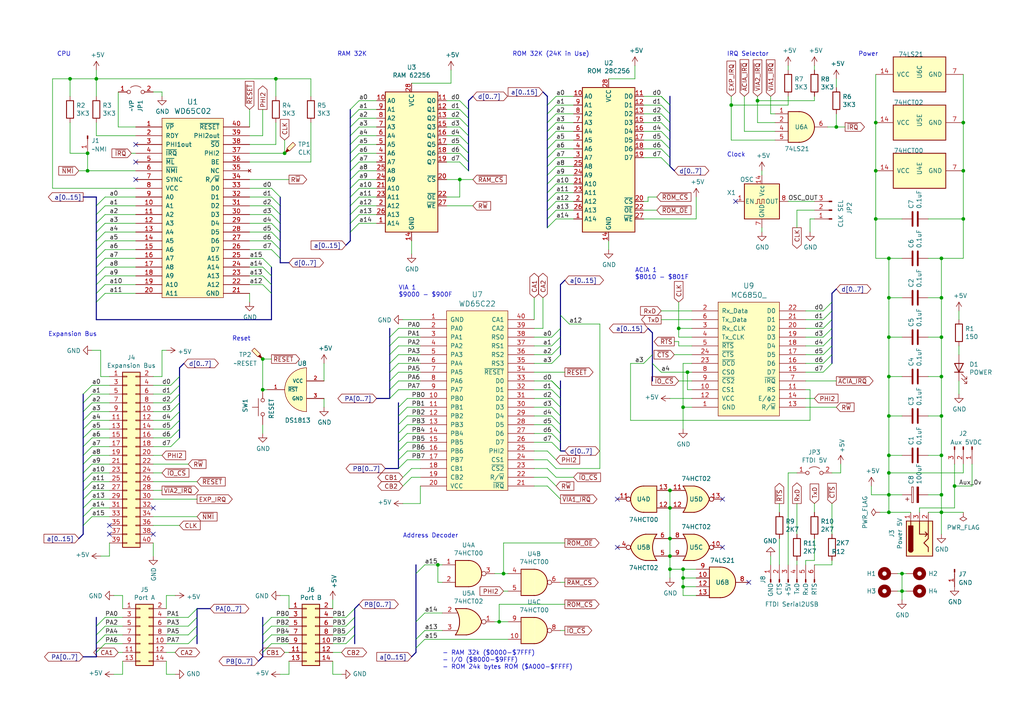
<source format=kicad_sch>
(kicad_sch (version 20211123) (generator eeschema)
  (paper "A4")
  (title_block (title "YAsixfive02 SBC") (date "2022-10-11") (rev "1.5.2") (company "(c) Mariano Luna"))
  (junction (at 127 163.83))
  (junction (at 194.31 156.21))
  (junction (at 279.4 49.53))
  (junction (at 273.05 143.51))
  (junction (at 198.12 167.64))
  (junction (at 196.85 95.25))
  (junction (at 257.81 97.79))
  (junction (at 133.35 52.07))
  (junction (at 257.81 132.08))
  (junction (at 279.4 63.5))
  (junction (at 254 63.5))
  (junction (at 273.05 109.22))
  (junction (at 76.2 113.03))
  (junction (at 146.05 166.37))
  (junction (at 199.39 107.95))
  (junction (at 257.81 109.22))
  (junction (at 257.81 143.51))
  (junction (at 257.81 74.93))
  (junction (at 276.86 140.97))
  (junction (at 279.4 35.56))
  (junction (at 25.4 44.45))
  (junction (at 257.81 120.65))
  (junction (at 80.01 22.86))
  (junction (at 194.31 147.32))
  (junction (at 261.62 171.45))
  (junction (at 198.12 118.11))
  (junction (at 219.71 29.21))
  (junction (at 194.31 165.1))
  (junction (at 273.05 132.08))
  (junction (at 212.09 30.48))
  (junction (at 198.12 165.1))
  (junction (at 242.57 36.83))
  (junction (at 273.05 97.79))
  (junction (at 254 49.53))
  (junction (at 273.05 148.59))
  (junction (at 273.05 74.93))
  (junction (at 20.32 22.86))
  (junction (at 198.12 170.18))
  (junction (at 261.62 166.37))
  (junction (at 76.2 104.14))
  (junction (at 254 35.56))
  (junction (at 144.78 180.34))
  (junction (at 257.81 148.59))
  (junction (at 194.31 161.29))
  (junction (at 82.55 44.45))
  (junction (at 273.05 120.65))
  (junction (at 27.94 22.86))
  (junction (at 25.4 49.53))
  (junction (at 257.81 137.16))
  (junction (at 273.05 86.36))
  (junction (at 194.31 142.24))
  (junction (at 257.81 86.36))
  (no_connect (at 179.07 158.75))
  (no_connect (at 179.07 144.78))
  (no_connect (at 44.45 147.32))
  (no_connect (at 209.55 158.75))
  (no_connect (at 31.75 154.94))
  (no_connect (at 217.17 168.91))
  (no_connect (at 39.37 41.91))
  (no_connect (at 31.75 152.4))
  (no_connect (at 44.45 154.94))
  (no_connect (at 39.37 46.99))
  (no_connect (at 213.36 58.42))
  (no_connect (at 209.55 144.78))
  (no_connect (at 39.37 52.07))
  (bus_entry (at 113.03 113.03) (size 2.54 -2.54))
  (bus_entry (at 238.76 102.87) (size 2.54 -2.54))
  (bus_entry (at 78.74 54.61) (size 2.54 2.54))
  (bus_entry (at 133.35 39.37) (size 2.54 2.54))
  (bus_entry (at 123.19 163.83) (size -2.54 2.54))
  (bus_entry (at 133.35 29.21) (size 2.54 2.54))
  (bus_entry (at 238.76 105.41) (size 2.54 -2.54))
  (bus_entry (at 78.74 62.23) (size 2.54 2.54))
  (bus_entry (at 57.15 181.61) (size -2.54 2.54))
  (bus_entry (at 27.94 181.61) (size 2.54 -2.54))
  (bus_entry (at 104.14 57.15) (size -2.54 2.54))
  (bus_entry (at 27.94 184.15) (size 2.54 -2.54))
  (bus_entry (at 161.29 63.5) (size -2.54 2.54))
  (bus_entry (at 238.76 90.17) (size 2.54 -2.54))
  (bus_entry (at 104.14 59.69) (size -2.54 2.54))
  (bus_entry (at 104.14 49.53) (size -2.54 2.54))
  (bus_entry (at 102.87 176.53) (size -2.54 2.54))
  (bus_entry (at 191.77 27.94) (size 2.54 2.54))
  (bus_entry (at 104.14 46.99) (size -2.54 2.54))
  (bus_entry (at 30.48 85.09) (size -2.54 2.54))
  (bus_entry (at 26.67 111.76) (size -2.54 2.54))
  (bus_entry (at 191.77 43.18) (size 2.54 2.54))
  (bus_entry (at 113.03 105.41) (size 2.54 -2.54))
  (bus_entry (at 27.94 189.23) (size 2.54 -2.54))
  (bus_entry (at 57.15 179.07) (size -2.54 2.54))
  (bus_entry (at 115.57 130.81) (size 2.54 -2.54))
  (bus_entry (at 161.29 35.56) (size -2.54 2.54))
  (bus_entry (at 115.57 120.65) (size 2.54 -2.54))
  (bus_entry (at 49.53 116.84) (size 2.54 -2.54))
  (bus_entry (at 123.19 182.88) (size -2.54 2.54))
  (bus_entry (at 161.29 30.48) (size -2.54 2.54))
  (bus_entry (at 115.57 133.35) (size 2.54 -2.54))
  (bus_entry (at 26.67 142.24) (size -2.54 2.54))
  (bus_entry (at 133.35 34.29) (size 2.54 2.54))
  (bus_entry (at 26.67 132.08) (size -2.54 2.54))
  (bus_entry (at 49.53 129.54) (size 2.54 -2.54))
  (bus_entry (at 160.02 105.41) (size 2.54 -2.54))
  (bus_entry (at 102.87 179.07) (size -2.54 2.54))
  (bus_entry (at 76.2 184.15) (size 2.54 -2.54))
  (bus_entry (at 30.48 64.77) (size -2.54 2.54))
  (bus_entry (at 162.56 91.44) (size 2.54 2.54))
  (bus_entry (at 76.2 80.01) (size 2.54 2.54))
  (bus_entry (at 160.02 118.11) (size 2.54 2.54))
  (bus_entry (at 76.2 181.61) (size 2.54 -2.54))
  (bus_entry (at 133.35 41.91) (size 2.54 2.54))
  (bus_entry (at 115.57 123.19) (size 2.54 -2.54))
  (bus_entry (at 161.29 43.18) (size -2.54 2.54))
  (bus_entry (at 24.13 152.4) (size 2.54 -2.54))
  (bus_entry (at 30.48 67.31) (size -2.54 2.54))
  (bus_entry (at 104.14 31.75) (size -2.54 2.54))
  (bus_entry (at 191.77 30.48) (size 2.54 2.54))
  (bus_entry (at 160.02 115.57) (size 2.54 2.54))
  (bus_entry (at 133.35 31.75) (size 2.54 2.54))
  (bus_entry (at 123.19 177.8) (size -2.54 2.54))
  (bus_entry (at 161.29 50.8) (size -2.54 2.54))
  (bus_entry (at 123.19 185.42) (size -2.54 2.54))
  (bus_entry (at 161.29 53.34) (size -2.54 2.54))
  (bus_entry (at 160.02 120.65) (size 2.54 2.54))
  (bus_entry (at 238.76 107.95) (size 2.54 -2.54))
  (bus_entry (at 160.02 102.87) (size 2.54 -2.54))
  (bus_entry (at 186.69 105.41) (size 2.54 -2.54))
  (bus_entry (at 26.67 127) (size -2.54 2.54))
  (bus_entry (at 26.67 137.16) (size -2.54 2.54))
  (bus_entry (at 104.14 62.23) (size -2.54 2.54))
  (bus_entry (at 113.03 115.57) (size 2.54 -2.54))
  (bus_entry (at 26.67 116.84) (size -2.54 2.54))
  (bus_entry (at 104.14 64.77) (size -2.54 2.54))
  (bus_entry (at 30.48 69.85) (size -2.54 2.54))
  (bus_entry (at 104.14 52.07) (size -2.54 2.54))
  (bus_entry (at 191.77 45.72) (size 2.54 2.54))
  (bus_entry (at 191.77 40.64) (size 2.54 2.54))
  (bus_entry (at 78.74 64.77) (size 2.54 2.54))
  (bus_entry (at 30.48 72.39) (size -2.54 2.54))
  (bus_entry (at 49.53 121.92) (size 2.54 -2.54))
  (bus_entry (at 30.48 59.69) (size -2.54 2.54))
  (bus_entry (at 102.87 181.61) (size -2.54 2.54))
  (bus_entry (at 76.2 77.47) (size 2.54 2.54))
  (bus_entry (at 26.67 139.7) (size -2.54 2.54))
  (bus_entry (at 104.14 54.61) (size -2.54 2.54))
  (bus_entry (at 161.29 45.72) (size -2.54 2.54))
  (bus_entry (at 76.2 82.55) (size 2.54 2.54))
  (bus_entry (at 160.02 125.73) (size 2.54 2.54))
  (bus_entry (at 104.14 29.21) (size -2.54 2.54))
  (bus_entry (at 161.29 55.88) (size -2.54 2.54))
  (bus_entry (at 133.35 44.45) (size 2.54 2.54))
  (bus_entry (at 115.57 125.73) (size 2.54 -2.54))
  (bus_entry (at 49.53 114.3) (size 2.54 -2.54))
  (bus_entry (at 102.87 184.15) (size -2.54 2.54))
  (bus_entry (at 160.02 110.49) (size 2.54 2.54))
  (bus_entry (at 30.48 62.23) (size -2.54 2.54))
  (bus_entry (at 78.74 67.31) (size 2.54 2.54))
  (bus_entry (at 160.02 110.49) (size 2.54 2.54))
  (bus_entry (at 113.03 100.33) (size 2.54 -2.54))
  (bus_entry (at 104.14 34.29) (size -2.54 2.54))
  (bus_entry (at 160.02 97.79) (size 2.54 -2.54))
  (bus_entry (at 76.2 189.23) (size 2.54 -2.54))
  (bus_entry (at 104.14 41.91) (size -2.54 2.54))
  (bus_entry (at 161.29 40.64) (size -2.54 2.54))
  (bus_entry (at 191.77 35.56) (size 2.54 2.54))
  (bus_entry (at 26.67 119.38) (size -2.54 2.54))
  (bus_entry (at 49.53 119.38) (size 2.54 -2.54))
  (bus_entry (at 76.2 74.93) (size 2.54 2.54))
  (bus_entry (at 238.76 97.79) (size 2.54 -2.54))
  (bus_entry (at 238.76 95.25) (size 2.54 -2.54))
  (bus_entry (at 49.53 124.46) (size 2.54 -2.54))
  (bus_entry (at 115.57 128.27) (size 2.54 -2.54))
  (bus_entry (at 161.29 38.1) (size -2.54 2.54))
  (bus_entry (at 26.67 129.54) (size -2.54 2.54))
  (bus_entry (at 26.67 121.92) (size -2.54 2.54))
  (bus_entry (at 191.77 38.1) (size 2.54 2.54))
  (bus_entry (at 161.29 33.02) (size -2.54 2.54))
  (bus_entry (at 26.67 134.62) (size -2.54 2.54))
  (bus_entry (at 113.03 102.87) (size 2.54 -2.54))
  (bus_entry (at 113.03 97.79) (size 2.54 -2.54))
  (bus_entry (at 104.14 36.83) (size -2.54 2.54))
  (bus_entry (at 26.67 114.3) (size -2.54 2.54))
  (bus_entry (at 161.29 58.42) (size -2.54 2.54))
  (bus_entry (at 133.35 36.83) (size 2.54 2.54))
  (bus_entry (at 113.03 110.49) (size 2.54 -2.54))
  (bus_entry (at 161.29 48.26) (size -2.54 2.54))
  (bus_entry (at 26.67 124.46) (size -2.54 2.54))
  (bus_entry (at 160.02 100.33) (size 2.54 -2.54))
  (bus_entry (at 26.67 144.78) (size -2.54 2.54))
  (bus_entry (at 49.53 111.76) (size 2.54 -2.54))
  (bus_entry (at 30.48 74.93) (size -2.54 2.54))
  (bus_entry (at 115.57 135.89) (size 2.54 -2.54))
  (bus_entry (at 115.57 118.11) (size 2.54 -2.54))
  (bus_entry (at 30.48 80.01) (size -2.54 2.54))
  (bus_entry (at 57.15 176.53) (size -2.54 2.54))
  (bus_entry (at 238.76 92.71) (size 2.54 -2.54))
  (bus_entry (at 133.35 46.99) (size 2.54 2.54))
  (bus_entry (at 76.2 186.69) (size 2.54 -2.54))
  (bus_entry (at 160.02 128.27) (size 2.54 2.54))
  (bus_entry (at 189.23 105.41) (size 2.54 2.54))
  (bus_entry (at 49.53 127) (size 2.54 -2.54))
  (bus_entry (at 26.67 147.32) (size -2.54 2.54))
  (bus_entry (at 113.03 107.95) (size 2.54 -2.54))
  (bus_entry (at 30.48 77.47) (size -2.54 2.54))
  (bus_entry (at 30.48 57.15) (size -2.54 2.54))
  (bus_entry (at 78.74 69.85) (size 2.54 2.54))
  (bus_entry (at 104.14 44.45) (size -2.54 2.54))
  (bus_entry (at 161.29 60.96) (size -2.54 2.54))
  (bus_entry (at 57.15 184.15) (size -2.54 2.54))
  (bus_entry (at 78.74 57.15) (size 2.54 2.54))
  (bus_entry (at 160.02 113.03) (size 2.54 2.54))
  (bus_entry (at 191.77 33.02) (size 2.54 2.54))
  (bus_entry (at 238.76 100.33) (size 2.54 -2.54))
  (bus_entry (at 78.74 72.39) (size 2.54 2.54))
  (bus_entry (at 78.74 59.69) (size 2.54 2.54))
  (bus_entry (at 191.77 27.94) (size 2.54 2.54))
  (bus_entry (at 104.14 39.37) (size -2.54 2.54))
  (bus_entry (at 27.94 186.69) (size 2.54 -2.54))
  (bus_entry (at 161.29 27.94) (size -2.54 2.54))
  (bus_entry (at 160.02 123.19) (size 2.54 2.54))
  (bus_entry (at 30.48 82.55) (size -2.54 2.54))
  (wire (pts (xy 254 74.93) (xy 254 63.5)))
  (wire (pts (xy 137.16 52.07) (xy 133.35 52.07)))
  (wire (pts (xy 96.52 191.77) (xy 96.52 195.58)))
  (bus (pts (xy 81.28 67.31) (xy 81.28 69.85)))
  (wire (pts (xy 194.31 165.1) (xy 194.31 167.64)))
  (bus (pts (xy 57.15 176.53) (xy 57.15 179.07)))
  (bus (pts (xy 24.13 114.3) (xy 24.13 116.84)))
  (bus (pts (xy 120.65 185.42) (xy 120.65 187.96)))
  (wire (pts (xy 190.5 60.96) (xy 186.69 60.96)))
  (wire (pts (xy 118.11 130.81) (xy 121.92 130.81)))
  (wire (pts (xy 96.52 184.15) (xy 100.33 184.15)))
  (bus (pts (xy 189.23 96.52) (xy 187.96 95.25)))
  (bus (pts (xy 24.13 121.92) (xy 24.13 124.46)))
  (wire (pts (xy 146.05 157.48) (xy 146.05 166.37)))
  (wire (pts (xy 236.22 162.56) (xy 236.22 156.21)))
  (wire (pts (xy 90.17 22.86) (xy 90.17 27.94)))
  (bus (pts (xy 162.56 128.27) (xy 162.56 130.81)))
  (bus (pts (xy 24.13 190.5) (xy 27.94 190.5)))
  (wire (pts (xy 252.73 143.51) (xy 257.81 143.51)))
  (bus (pts (xy 158.75 40.64) (xy 158.75 43.18)))
  (bus (pts (xy 135.89 31.75) (xy 135.89 34.29)))
  (bus (pts (xy 162.56 97.79) (xy 162.56 100.33)))
  (wire (pts (xy 201.93 63.5) (xy 201.93 57.15)))
  (wire (pts (xy 83.82 172.72) (xy 81.28 172.72)))
  (wire (pts (xy 72.39 82.55) (xy 76.2 82.55)))
  (wire (pts (xy 231.14 60.96) (xy 231.14 66.04)))
  (wire (pts (xy 96.52 176.53) (xy 96.52 173.99)))
  (bus (pts (xy 52.07 119.38) (xy 52.07 121.92)))
  (wire (pts (xy 166.37 38.1) (xy 161.29 38.1)))
  (wire (pts (xy 187.96 58.42) (xy 186.69 58.42)))
  (bus (pts (xy 115.57 128.27) (xy 115.57 130.81)))
  (bus (pts (xy 120.65 189.23) (xy 119.38 190.5)))
  (wire (pts (xy 161.29 133.35) (xy 158.75 130.81)))
  (wire (pts (xy 220.98 66.04) (xy 220.98 67.31)))
  (wire (pts (xy 46.99 109.22) (xy 46.99 101.6)))
  (bus (pts (xy 24.13 132.08) (xy 24.13 134.62)))
  (bus (pts (xy 162.56 91.44) (xy 162.56 95.25)))
  (wire (pts (xy 269.24 97.79) (xy 273.05 97.79)))
  (wire (pts (xy 261.62 166.37) (xy 262.89 166.37)))
  (bus (pts (xy 135.89 29.21) (xy 135.89 31.75)))
  (wire (pts (xy 278.13 110.49) (xy 278.13 114.3)))
  (bus (pts (xy 101.6 64.77) (xy 101.6 67.31)))
  (wire (pts (xy 72.39 59.69) (xy 78.74 59.69)))
  (bus (pts (xy 162.56 120.65) (xy 162.56 123.19)))
  (wire (pts (xy 31.75 129.54) (xy 26.67 129.54)))
  (bus (pts (xy 81.28 64.77) (xy 81.28 67.31)))
  (bus (pts (xy 101.6 52.07) (xy 101.6 54.61)))
  (wire (pts (xy 39.37 39.37) (xy 27.94 39.37)))
  (bus (pts (xy 52.07 124.46) (xy 52.07 127)))
  (wire (pts (xy 83.82 189.23) (xy 82.55 189.23)))
  (wire (pts (xy 278.13 92.71) (xy 278.13 90.17)))
  (wire (pts (xy 39.37 80.01) (xy 30.48 80.01)))
  (bus (pts (xy 27.94 69.85) (xy 27.94 72.39)))
  (wire (pts (xy 109.22 57.15) (xy 104.14 57.15)))
  (wire (pts (xy 154.94 107.95) (xy 163.83 107.95)))
  (bus (pts (xy 27.94 80.01) (xy 27.94 82.55)))
  (wire (pts (xy 20.32 27.94) (xy 20.32 22.86)))
  (wire (pts (xy 154.94 95.25) (xy 157.48 95.25)))
  (wire (pts (xy 254 35.56) (xy 254 21.59)))
  (bus (pts (xy 194.31 35.56) (xy 194.31 38.1)))
  (wire (pts (xy 166.37 43.18) (xy 161.29 43.18)))
  (wire (pts (xy 115.57 100.33) (xy 121.92 100.33)))
  (bus (pts (xy 162.56 110.49) (xy 162.56 113.03)))
  (bus (pts (xy 113.03 105.41) (xy 113.03 107.95)))
  (wire (pts (xy 261.62 97.79) (xy 257.81 97.79)))
  (wire (pts (xy 198.12 172.72) (xy 198.12 170.18)))
  (wire (pts (xy 20.32 35.56) (xy 20.32 44.45)))
  (bus (pts (xy 57.15 181.61) (xy 57.15 184.15)))
  (wire (pts (xy 257.81 86.36) (xy 257.81 74.93)))
  (wire (pts (xy 27.94 39.37) (xy 27.94 35.56)))
  (wire (pts (xy 129.54 44.45) (xy 133.35 44.45)))
  (wire (pts (xy 26.67 127) (xy 31.75 127)))
  (wire (pts (xy 233.68 110.49) (xy 242.57 110.49)))
  (wire (pts (xy 154.94 128.27) (xy 160.02 128.27)))
  (wire (pts (xy 39.37 82.55) (xy 30.48 82.55)))
  (bus (pts (xy 27.94 181.61) (xy 27.94 184.15)))
  (wire (pts (xy 115.57 95.25) (xy 121.92 95.25)))
  (bus (pts (xy 52.07 106.68) (xy 53.34 105.41)))
  (wire (pts (xy 200.66 92.71) (xy 191.77 92.71)))
  (wire (pts (xy 104.14 49.53) (xy 109.22 49.53)))
  (wire (pts (xy 158.75 133.35) (xy 161.29 135.89)))
  (wire (pts (xy 109.22 41.91) (xy 104.14 41.91)))
  (wire (pts (xy 129.54 57.15) (xy 133.35 57.15)))
  (wire (pts (xy 104.14 29.21) (xy 109.22 29.21)))
  (wire (pts (xy 276.86 134.62) (xy 276.86 140.97)))
  (bus (pts (xy 162.56 115.57) (xy 162.56 118.11)))
  (wire (pts (xy 44.45 111.76) (xy 49.53 111.76)))
  (wire (pts (xy 196.85 97.79) (xy 200.66 97.79)))
  (wire (pts (xy 54.61 179.07) (xy 48.26 179.07)))
  (bus (pts (xy 102.87 176.53) (xy 104.14 175.26)))
  (wire (pts (xy 201.93 167.64) (xy 198.12 167.64)))
  (wire (pts (xy 76.2 104.14) (xy 76.2 113.03)))
  (wire (pts (xy 233.68 163.83) (xy 233.68 162.56)))
  (wire (pts (xy 173.99 135.89) (xy 173.99 93.98)))
  (bus (pts (xy 81.28 74.93) (xy 81.28 76.2)))
  (bus (pts (xy 52.07 111.76) (xy 52.07 114.3)))
  (wire (pts (xy 215.9 27.94) (xy 215.9 38.1)))
  (wire (pts (xy 72.39 67.31) (xy 78.74 67.31)))
  (wire (pts (xy 238.76 97.79) (xy 233.68 97.79)))
  (wire (pts (xy 254 35.56) (xy 254 49.53)))
  (wire (pts (xy 261.62 109.22) (xy 257.81 109.22)))
  (bus (pts (xy 162.56 130.81) (xy 163.83 130.81)))
  (wire (pts (xy 44.45 149.86) (xy 57.15 149.86)))
  (wire (pts (xy 278.13 100.33) (xy 278.13 102.87)))
  (wire (pts (xy 236.22 60.96) (xy 231.14 60.96)))
  (wire (pts (xy 257.81 74.93) (xy 254 74.93)))
  (wire (pts (xy 173.99 93.98) (xy 165.1 93.98)))
  (wire (pts (xy 219.71 35.56) (xy 224.79 35.56)))
  (wire (pts (xy 35.56 172.72) (xy 33.02 172.72)))
  (bus (pts (xy 24.13 142.24) (xy 24.13 144.78)))
  (wire (pts (xy 166.37 33.02) (xy 161.29 33.02)))
  (wire (pts (xy 201.93 172.72) (xy 198.12 172.72)))
  (wire (pts (xy 154.94 133.35) (xy 158.75 133.35)))
  (bus (pts (xy 115.57 125.73) (xy 115.57 128.27)))
  (wire (pts (xy 228.6 137.16) (xy 228.6 163.83)))
  (wire (pts (xy 15.24 54.61) (xy 15.24 22.86)))
  (wire (pts (xy 31.75 134.62) (xy 26.67 134.62)))
  (wire (pts (xy 44.45 116.84) (xy 49.53 116.84)))
  (wire (pts (xy 233.68 115.57) (xy 236.22 115.57)))
  (wire (pts (xy 127 163.83) (xy 128.27 163.83)))
  (wire (pts (xy 163.83 182.88) (xy 162.56 182.88)))
  (wire (pts (xy 90.17 46.99) (xy 90.17 35.56)))
  (wire (pts (xy 226.06 156.21) (xy 226.06 163.83)))
  (wire (pts (xy 166.37 30.48) (xy 161.29 30.48)))
  (bus (pts (xy 158.75 63.5) (xy 158.75 66.04)))
  (wire (pts (xy 242.57 33.02) (xy 242.57 36.83)))
  (wire (pts (xy 219.71 29.21) (xy 219.71 35.56)))
  (wire (pts (xy 279.4 137.16) (xy 279.4 134.62)))
  (wire (pts (xy 190.5 57.15) (xy 187.96 57.15)))
  (bus (pts (xy 120.65 187.96) (xy 120.65 189.23)))
  (bus (pts (xy 101.6 39.37) (xy 101.6 41.91)))
  (wire (pts (xy 72.39 80.01) (xy 76.2 80.01)))
  (wire (pts (xy 72.39 44.45) (xy 82.55 44.45)))
  (bus (pts (xy 158.75 50.8) (xy 158.75 53.34)))
  (wire (pts (xy 44.45 139.7) (xy 57.15 139.7)))
  (bus (pts (xy 158.75 58.42) (xy 158.75 60.96)))
  (bus (pts (xy 24.13 137.16) (xy 24.13 139.7)))
  (wire (pts (xy 236.22 20.32) (xy 236.22 19.05)))
  (wire (pts (xy 200.66 105.41) (xy 198.12 105.41)))
  (wire (pts (xy 264.16 148.59) (xy 257.81 148.59)))
  (bus (pts (xy 189.23 102.87) (xy 189.23 105.41)))
  (wire (pts (xy 127 168.91) (xy 127 163.83)))
  (wire (pts (xy 158.75 140.97) (xy 162.56 144.78)))
  (bus (pts (xy 115.57 133.35) (xy 115.57 135.89)))
  (wire (pts (xy 200.66 113.03) (xy 199.39 113.03)))
  (wire (pts (xy 257.81 109.22) (xy 257.81 120.65)))
  (bus (pts (xy 158.75 43.18) (xy 158.75 45.72)))
  (wire (pts (xy 115.57 102.87) (xy 121.92 102.87)))
  (wire (pts (xy 104.14 54.61) (xy 109.22 54.61)))
  (wire (pts (xy 72.39 64.77) (xy 78.74 64.77)))
  (bus (pts (xy 52.07 121.92) (xy 52.07 124.46)))
  (bus (pts (xy 113.03 95.25) (xy 113.03 97.79)))
  (bus (pts (xy 120.65 163.83) (xy 120.65 166.37)))
  (wire (pts (xy 273.05 97.79) (xy 273.05 109.22)))
  (wire (pts (xy 261.62 173.99) (xy 261.62 171.45)))
  (wire (pts (xy 133.35 41.91) (xy 129.54 41.91)))
  (wire (pts (xy 186.69 33.02) (xy 191.77 33.02)))
  (bus (pts (xy 24.13 139.7) (xy 24.13 142.24)))
  (wire (pts (xy 154.94 125.73) (xy 160.02 125.73)))
  (wire (pts (xy 166.37 55.88) (xy 161.29 55.88)))
  (wire (pts (xy 133.35 36.83) (xy 129.54 36.83)))
  (wire (pts (xy 82.55 44.45) (xy 82.55 40.64)))
  (wire (pts (xy 78.74 104.14) (xy 76.2 104.14)))
  (wire (pts (xy 26.67 149.86) (xy 31.75 149.86)))
  (wire (pts (xy 194.31 161.29) (xy 194.31 165.1)))
  (wire (pts (xy 241.3 137.16) (xy 243.84 137.16)))
  (wire (pts (xy 266.7 147.32) (xy 276.86 147.32)))
  (wire (pts (xy 39.37 59.69) (xy 30.48 59.69)))
  (wire (pts (xy 50.8 195.58) (xy 48.26 195.58)))
  (wire (pts (xy 219.71 27.94) (xy 219.71 29.21)))
  (wire (pts (xy 130.81 20.32) (xy 130.81 24.13)))
  (wire (pts (xy 228.6 20.32) (xy 228.6 19.05)))
  (bus (pts (xy 241.3 92.71) (xy 241.3 95.25)))
  (bus (pts (xy 101.6 49.53) (xy 101.6 52.07)))
  (wire (pts (xy 133.35 46.99) (xy 129.54 46.99)))
  (bus (pts (xy 158.75 38.1) (xy 158.75 40.64)))
  (wire (pts (xy 163.83 157.48) (xy 146.05 157.48)))
  (wire (pts (xy 231.14 137.16) (xy 228.6 137.16)))
  (wire (pts (xy 186.69 27.94) (xy 191.77 27.94)))
  (wire (pts (xy 49.53 119.38) (xy 44.45 119.38)))
  (bus (pts (xy 24.13 152.4) (xy 24.13 154.94)))
  (wire (pts (xy 27.94 22.86) (xy 80.01 22.86)))
  (bus (pts (xy 101.6 54.61) (xy 101.6 57.15)))
  (wire (pts (xy 26.67 116.84) (xy 31.75 116.84)))
  (bus (pts (xy 27.94 92.71) (xy 78.74 92.71)))
  (bus (pts (xy 27.94 74.93) (xy 27.94 77.47)))
  (bus (pts (xy 158.75 45.72) (xy 158.75 48.26)))
  (wire (pts (xy 154.94 138.43) (xy 158.75 138.43)))
  (bus (pts (xy 76.2 186.69) (xy 76.2 189.23)))
  (wire (pts (xy 231.14 146.05) (xy 231.14 154.94)))
  (bus (pts (xy 24.13 134.62) (xy 24.13 137.16)))
  (wire (pts (xy 200.66 118.11) (xy 198.12 118.11)))
  (bus (pts (xy 24.13 149.86) (xy 24.13 152.4)))
  (wire (pts (xy 143.51 166.37) (xy 146.05 166.37)))
  (wire (pts (xy 83.82 191.77) (xy 83.82 195.58)))
  (wire (pts (xy 154.94 135.89) (xy 158.75 135.89)))
  (wire (pts (xy 128.27 168.91) (xy 127 168.91)))
  (wire (pts (xy 115.57 107.95) (xy 121.92 107.95)))
  (wire (pts (xy 257.81 143.51) (xy 257.81 148.59)))
  (wire (pts (xy 109.22 62.23) (xy 104.14 62.23)))
  (wire (pts (xy 121.92 146.05) (xy 121.92 140.97)))
  (wire (pts (xy 198.12 165.1) (xy 194.31 165.1)))
  (wire (pts (xy 161.29 27.94) (xy 166.37 27.94)))
  (wire (pts (xy 137.16 59.69) (xy 129.54 59.69)))
  (wire (pts (xy 228.6 27.94) (xy 228.6 30.48)))
  (wire (pts (xy 154.94 140.97) (xy 158.75 140.97)))
  (wire (pts (xy 166.37 58.42) (xy 161.29 58.42)))
  (wire (pts (xy 118.11 123.19) (xy 121.92 123.19)))
  (wire (pts (xy 234.95 63.5) (xy 234.95 67.31)))
  (wire (pts (xy 212.09 27.94) (xy 212.09 30.48)))
  (bus (pts (xy 194.31 48.26) (xy 195.58 49.53)))
  (wire (pts (xy 195.58 99.06) (xy 196.85 99.06)))
  (bus (pts (xy 27.94 179.07) (xy 27.94 181.61)))
  (wire (pts (xy 240.03 36.83) (xy 242.57 36.83)))
  (wire (pts (xy 236.22 163.83) (xy 241.3 163.83)))
  (wire (pts (xy 233.68 118.11) (xy 242.57 118.11)))
  (wire (pts (xy 31.75 119.38) (xy 26.67 119.38)))
  (bus (pts (xy 241.3 85.09) (xy 241.3 87.63)))
  (bus (pts (xy 60.96 176.53) (xy 57.15 176.53)))
  (bus (pts (xy 24.13 127) (xy 24.13 129.54)))
  (wire (pts (xy 238.76 92.71) (xy 233.68 92.71)))
  (bus (pts (xy 135.89 29.21) (xy 137.16 27.94)))
  (wire (pts (xy 129.54 39.37) (xy 133.35 39.37)))
  (wire (pts (xy 176.53 72.39) (xy 176.53 69.85)))
  (wire (pts (xy 48.26 189.23) (xy 50.8 189.23)))
  (bus (pts (xy 115.57 135.89) (xy 111.76 135.89)))
  (bus (pts (xy 189.23 96.52) (xy 189.23 102.87)))
  (wire (pts (xy 78.74 179.07) (xy 83.82 179.07)))
  (wire (pts (xy 281.94 140.97) (xy 281.94 134.62)))
  (bus (pts (xy 52.07 109.22) (xy 52.07 111.76)))
  (bus (pts (xy 101.6 36.83) (xy 101.6 39.37)))
  (wire (pts (xy 200.66 107.95) (xy 199.39 107.95)))
  (bus (pts (xy 115.57 130.81) (xy 115.57 133.35)))
  (wire (pts (xy 273.05 74.93) (xy 273.05 86.36)))
  (wire (pts (xy 31.75 114.3) (xy 26.67 114.3)))
  (wire (pts (xy 46.99 26.67) (xy 46.99 27.94)))
  (bus (pts (xy 52.07 116.84) (xy 52.07 119.38)))
  (wire (pts (xy 90.17 22.86) (xy 80.01 22.86)))
  (wire (pts (xy 279.4 35.56) (xy 279.4 21.59)))
  (wire (pts (xy 273.05 132.08) (xy 273.05 143.51)))
  (bus (pts (xy 158.75 30.48) (xy 158.75 33.02)))
  (wire (pts (xy 44.45 26.67) (xy 46.99 26.67)))
  (wire (pts (xy 27.94 22.86) (xy 27.94 20.32)))
  (wire (pts (xy 186.69 35.56) (xy 191.77 35.56)))
  (wire (pts (xy 154.94 97.79) (xy 160.02 97.79)))
  (wire (pts (xy 30.48 186.69) (xy 35.56 186.69)))
  (wire (pts (xy 26.67 147.32) (xy 31.75 147.32)))
  (wire (pts (xy 118.11 133.35) (xy 121.92 133.35)))
  (bus (pts (xy 101.6 34.29) (xy 101.6 36.83)))
  (wire (pts (xy 147.32 185.42) (xy 123.19 185.42)))
  (bus (pts (xy 113.03 110.49) (xy 113.03 113.03)))
  (wire (pts (xy 234.95 121.92) (xy 234.95 113.03)))
  (wire (pts (xy 72.39 54.61) (xy 78.74 54.61)))
  (bus (pts (xy 194.31 30.48) (xy 194.31 33.02)))
  (bus (pts (xy 162.56 118.11) (xy 162.56 120.65)))
  (wire (pts (xy 166.37 63.5) (xy 161.29 63.5)))
  (wire (pts (xy 228.6 30.48) (xy 212.09 30.48)))
  (wire (pts (xy 223.52 33.02) (xy 224.79 33.02)))
  (wire (pts (xy 31.75 161.29) (xy 29.21 161.29)))
  (wire (pts (xy 220.98 50.8) (xy 220.98 49.53)))
  (wire (pts (xy 115.57 97.79) (xy 121.92 97.79)))
  (bus (pts (xy 194.31 27.94) (xy 194.31 30.48)))
  (bus (pts (xy 162.56 123.19) (xy 162.56 125.73)))
  (wire (pts (xy 273.05 143.51) (xy 273.05 148.59)))
  (bus (pts (xy 158.75 33.02) (xy 158.75 35.56)))
  (wire (pts (xy 27.94 27.94) (xy 27.94 22.86)))
  (wire (pts (xy 162.56 168.91) (xy 163.83 168.91)))
  (wire (pts (xy 119.38 135.89) (xy 121.92 135.89)))
  (bus (pts (xy 78.74 85.09) (xy 78.74 92.71)))
  (wire (pts (xy 133.35 31.75) (xy 129.54 31.75)))
  (bus (pts (xy 113.03 100.33) (xy 113.03 102.87)))
  (wire (pts (xy 96.52 189.23) (xy 99.06 189.23)))
  (wire (pts (xy 261.62 132.08) (xy 257.81 132.08)))
  (bus (pts (xy 194.31 33.02) (xy 194.31 35.56)))
  (wire (pts (xy 39.37 69.85) (xy 30.48 69.85)))
  (wire (pts (xy 118.11 115.57) (xy 121.92 115.57)))
  (bus (pts (xy 27.94 77.47) (xy 27.94 80.01)))
  (wire (pts (xy 119.38 138.43) (xy 121.92 138.43)))
  (wire (pts (xy 196.85 110.49) (xy 200.66 110.49)))
  (wire (pts (xy 104.14 34.29) (xy 109.22 34.29)))
  (bus (pts (xy 27.94 57.15) (xy 27.94 59.69)))
  (wire (pts (xy 236.22 63.5) (xy 234.95 63.5)))
  (wire (pts (xy 186.69 43.18) (xy 191.77 43.18)))
  (wire (pts (xy 236.22 27.94) (xy 236.22 29.21)))
  (wire (pts (xy 212.09 40.64) (xy 224.79 40.64)))
  (wire (pts (xy 49.53 124.46) (xy 44.45 124.46)))
  (bus (pts (xy 241.3 100.33) (xy 241.3 102.87)))
  (wire (pts (xy 212.09 30.48) (xy 212.09 40.64)))
  (wire (pts (xy 186.69 45.72) (xy 191.77 45.72)))
  (wire (pts (xy 160.02 100.33) (xy 154.94 100.33)))
  (bus (pts (xy 162.56 95.25) (xy 162.56 97.79)))
  (wire (pts (xy 72.39 57.15) (xy 78.74 57.15)))
  (bus (pts (xy 81.28 69.85) (xy 81.28 72.39)))
  (wire (pts (xy 50.8 172.72) (xy 48.26 172.72)))
  (wire (pts (xy 279.4 74.93) (xy 273.05 74.93)))
  (wire (pts (xy 31.75 144.78) (xy 26.67 144.78)))
  (wire (pts (xy 54.61 181.61) (xy 48.26 181.61)))
  (wire (pts (xy 224.79 38.1) (xy 215.9 38.1)))
  (bus (pts (xy 135.89 39.37) (xy 135.89 41.91)))
  (wire (pts (xy 233.68 95.25) (xy 238.76 95.25)))
  (wire (pts (xy 116.84 140.97) (xy 119.38 138.43)))
  (wire (pts (xy 273.05 86.36) (xy 273.05 97.79)))
  (bus (pts (xy 76.2 189.23) (xy 76.2 190.5)))
  (wire (pts (xy 123.19 163.83) (xy 127 163.83)))
  (wire (pts (xy 260.35 166.37) (xy 261.62 166.37)))
  (wire (pts (xy 44.45 109.22) (xy 46.99 109.22)))
  (bus (pts (xy 194.31 43.18) (xy 194.31 45.72)))
  (wire (pts (xy 46.99 132.08) (xy 44.45 132.08)))
  (wire (pts (xy 261.62 86.36) (xy 257.81 86.36)))
  (bus (pts (xy 102.87 176.53) (xy 102.87 179.07)))
  (bus (pts (xy 52.07 114.3) (xy 52.07 116.84)))
  (bus (pts (xy 241.3 95.25) (xy 241.3 97.79)))
  (wire (pts (xy 228.6 58.42) (xy 236.22 58.42)))
  (wire (pts (xy 115.57 110.49) (xy 121.92 110.49)))
  (wire (pts (xy 119.38 73.66) (xy 119.38 69.85)))
  (wire (pts (xy 261.62 143.51) (xy 257.81 143.51)))
  (wire (pts (xy 30.48 181.61) (xy 35.56 181.61)))
  (bus (pts (xy 27.94 189.23) (xy 27.94 190.5)))
  (wire (pts (xy 39.37 64.77) (xy 30.48 64.77)))
  (wire (pts (xy 269.24 143.51) (xy 273.05 143.51)))
  (wire (pts (xy 261.62 171.45) (xy 262.89 171.45)))
  (wire (pts (xy 184.15 22.86) (xy 176.53 22.86)))
  (bus (pts (xy 120.65 166.37) (xy 120.65 180.34)))
  (wire (pts (xy 35.56 195.58) (xy 33.02 195.58)))
  (wire (pts (xy 158.75 135.89) (xy 161.29 138.43)))
  (bus (pts (xy 162.56 100.33) (xy 162.56 102.87)))
  (wire (pts (xy 144.78 180.34) (xy 147.32 180.34)))
  (wire (pts (xy 198.12 167.64) (xy 198.12 165.1)))
  (wire (pts (xy 154.94 92.71) (xy 154.94 86.36)))
  (wire (pts (xy 186.69 40.64) (xy 191.77 40.64)))
  (bus (pts (xy 101.6 67.31) (xy 101.6 69.85)))
  (wire (pts (xy 44.45 127) (xy 49.53 127)))
  (wire (pts (xy 30.48 57.15) (xy 39.37 57.15)))
  (wire (pts (xy 257.81 137.16) (xy 279.4 137.16)))
  (wire (pts (xy 109.22 36.83) (xy 104.14 36.83)))
  (wire (pts (xy 276.86 140.97) (xy 281.94 140.97)))
  (wire (pts (xy 129.54 34.29) (xy 133.35 34.29)))
  (wire (pts (xy 30.48 184.15) (xy 35.56 184.15)))
  (bus (pts (xy 241.3 90.17) (xy 241.3 92.71)))
  (wire (pts (xy 116.84 138.43) (xy 119.38 135.89)))
  (wire (pts (xy 44.45 134.62) (xy 54.61 134.62)))
  (wire (pts (xy 44.45 157.48) (xy 44.45 161.29)))
  (wire (pts (xy 223.52 27.94) (xy 223.52 33.02)))
  (wire (pts (xy 80.01 41.91) (xy 72.39 41.91)))
  (wire (pts (xy 199.39 107.95) (xy 191.77 107.95)))
  (wire (pts (xy 78.74 186.69) (xy 83.82 186.69)))
  (bus (pts (xy 194.31 40.64) (xy 194.31 43.18)))
  (wire (pts (xy 109.22 31.75) (xy 104.14 31.75)))
  (wire (pts (xy 143.51 180.34) (xy 144.78 180.34)))
  (wire (pts (xy 158.75 138.43) (xy 161.29 140.97)))
  (wire (pts (xy 195.58 102.87) (xy 200.66 102.87)))
  (wire (pts (xy 115.57 113.03) (xy 121.92 113.03)))
  (wire (pts (xy 194.31 142.24) (xy 194.31 147.32)))
  (bus (pts (xy 113.03 107.95) (xy 113.03 110.49)))
  (bus (pts (xy 78.74 82.55) (xy 78.74 85.09)))
  (bus (pts (xy 81.28 62.23) (xy 81.28 64.77)))
  (bus (pts (xy 194.31 45.72) (xy 194.31 48.26)))
  (bus (pts (xy 76.2 190.5) (xy 74.93 191.77)))
  (bus (pts (xy 113.03 113.03) (xy 113.03 115.57)))
  (wire (pts (xy 158.75 130.81) (xy 154.94 130.81)))
  (wire (pts (xy 257.81 74.93) (xy 261.62 74.93)))
  (bus (pts (xy 158.75 35.56) (xy 158.75 38.1)))
  (bus (pts (xy 101.6 57.15) (xy 101.6 59.69)))
  (wire (pts (xy 83.82 195.58) (xy 81.28 195.58)))
  (wire (pts (xy 182.88 105.41) (xy 182.88 121.92)))
  (wire (pts (xy 146.05 166.37) (xy 147.32 166.37)))
  (wire (pts (xy 26.67 121.92) (xy 31.75 121.92)))
  (bus (pts (xy 162.56 113.03) (xy 162.56 115.57)))
  (wire (pts (xy 48.26 191.77) (xy 48.26 195.58)))
  (bus (pts (xy 115.57 120.65) (xy 115.57 123.19)))
  (wire (pts (xy 233.68 105.41) (xy 238.76 105.41)))
  (wire (pts (xy 257.81 132.08) (xy 257.81 137.16)))
  (wire (pts (xy 154.94 110.49) (xy 160.02 110.49)))
  (wire (pts (xy 163.83 175.26) (xy 144.78 175.26)))
  (wire (pts (xy 80.01 35.56) (xy 80.01 41.91)))
  (bus (pts (xy 194.31 38.1) (xy 194.31 40.64)))
  (bus (pts (xy 101.6 62.23) (xy 101.6 64.77)))
  (wire (pts (xy 233.68 100.33) (xy 238.76 100.33)))
  (bus (pts (xy 81.28 57.15) (xy 81.28 59.69)))
  (wire (pts (xy 146.05 171.45) (xy 147.32 171.45)))
  (wire (pts (xy 115.57 105.41) (xy 121.92 105.41)))
  (wire (pts (xy 242.57 36.83) (xy 245.11 36.83)))
  (wire (pts (xy 187.96 57.15) (xy 187.96 58.42)))
  (bus (pts (xy 162.56 82.55) (xy 162.56 91.44)))
  (wire (pts (xy 48.26 176.53) (xy 48.26 172.72)))
  (wire (pts (xy 198.12 170.18) (xy 198.12 167.64)))
  (bus (pts (xy 135.89 41.91) (xy 135.89 44.45)))
  (wire (pts (xy 254 63.5) (xy 254 49.53)))
  (wire (pts (xy 31.75 109.22) (xy 29.21 109.22)))
  (wire (pts (xy 194.31 115.57) (xy 200.66 115.57)))
  (bus (pts (xy 158.75 60.96) (xy 158.75 63.5)))
  (wire (pts (xy 15.24 22.86) (xy 20.32 22.86)))
  (wire (pts (xy 186.69 63.5) (xy 201.93 63.5)))
  (wire (pts (xy 20.32 44.45) (xy 25.4 44.45)))
  (wire (pts (xy 166.37 48.26) (xy 161.29 48.26)))
  (wire (pts (xy 72.39 39.37) (xy 76.2 39.37)))
  (wire (pts (xy 200.66 95.25) (xy 196.85 95.25)))
  (wire (pts (xy 130.81 24.13) (xy 119.38 24.13)))
  (wire (pts (xy 166.37 35.56) (xy 161.29 35.56)))
  (wire (pts (xy 233.68 162.56) (xy 236.22 162.56)))
  (wire (pts (xy 39.37 44.45) (xy 38.1 44.45)))
  (bus (pts (xy 115.57 116.84) (xy 115.57 118.11)))
  (bus (pts (xy 27.94 62.23) (xy 27.94 64.77)))
  (wire (pts (xy 72.39 72.39) (xy 78.74 72.39)))
  (bus (pts (xy 189.23 105.41) (xy 189.23 110.49)))
  (wire (pts (xy 154.94 102.87) (xy 160.02 102.87)))
  (bus (pts (xy 52.07 106.68) (xy 52.07 109.22)))
  (wire (pts (xy 26.67 132.08) (xy 31.75 132.08)))
  (wire (pts (xy 29.21 101.6) (xy 26.67 101.6)))
  (wire (pts (xy 31.75 157.48) (xy 31.75 161.29)))
  (wire (pts (xy 72.39 52.07) (xy 83.82 52.07)))
  (bus (pts (xy 135.89 34.29) (xy 135.89 36.83)))
  (bus (pts (xy 27.94 59.69) (xy 27.94 62.23)))
  (wire (pts (xy 25.4 44.45) (xy 25.4 49.53)))
  (bus (pts (xy 101.6 46.99) (xy 101.6 49.53)))
  (wire (pts (xy 166.37 50.8) (xy 161.29 50.8)))
  (bus (pts (xy 27.94 184.15) (xy 27.94 186.69)))
  (bus (pts (xy 24.13 129.54) (xy 24.13 132.08)))
  (wire (pts (xy 144.78 175.26) (xy 144.78 180.34)))
  (wire (pts (xy 186.69 105.41) (xy 182.88 105.41)))
  (wire (pts (xy 242.57 25.4) (xy 242.57 22.86)))
  (wire (pts (xy 133.35 52.07) (xy 129.54 52.07)))
  (wire (pts (xy 80.01 27.94) (xy 80.01 22.86)))
  (wire (pts (xy 154.94 123.19) (xy 160.02 123.19)))
  (wire (pts (xy 109.22 46.99) (xy 104.14 46.99)))
  (wire (pts (xy 48.26 101.6) (xy 46.99 101.6)))
  (wire (pts (xy 269.24 132.08) (xy 273.05 132.08)))
  (bus (pts (xy 158.75 55.88) (xy 158.75 58.42)))
  (wire (pts (xy 49.53 129.54) (xy 44.45 129.54)))
  (wire (pts (xy 260.35 171.45) (xy 261.62 171.45)))
  (wire (pts (xy 166.37 40.64) (xy 161.29 40.64)))
  (wire (pts (xy 273.05 148.59) (xy 279.4 148.59)))
  (wire (pts (xy 93.98 110.49) (xy 93.98 105.41)))
  (wire (pts (xy 154.94 115.57) (xy 160.02 115.57)))
  (wire (pts (xy 182.88 121.92) (xy 234.95 121.92)))
  (wire (pts (xy 93.98 115.57) (xy 93.98 118.11)))
  (wire (pts (xy 44.45 137.16) (xy 46.99 137.16)))
  (bus (pts (xy 101.6 31.75) (xy 101.6 34.29)))
  (wire (pts (xy 273.05 109.22) (xy 273.05 120.65)))
  (wire (pts (xy 39.37 77.47) (xy 30.48 77.47)))
  (wire (pts (xy 241.3 154.94) (xy 241.3 146.05)))
  (wire (pts (xy 196.85 99.06) (xy 196.85 100.33)))
  (bus (pts (xy 81.28 72.39) (xy 81.28 74.93)))
  (bus (pts (xy 24.13 124.46) (xy 24.13 127)))
  (wire (pts (xy 257.81 120.65) (xy 257.81 132.08)))
  (wire (pts (xy 118.11 120.65) (xy 121.92 120.65)))
  (wire (pts (xy 129.54 29.21) (xy 133.35 29.21)))
  (wire (pts (xy 261.62 166.37) (xy 261.62 171.45)))
  (wire (pts (xy 279.4 49.53) (xy 279.4 63.5)))
  (wire (pts (xy 133.35 57.15) (xy 133.35 52.07)))
  (bus (pts (xy 27.94 87.63) (xy 27.94 92.71)))
  (wire (pts (xy 78.74 181.61) (xy 83.82 181.61)))
  (wire (pts (xy 72.39 77.47) (xy 76.2 77.47)))
  (wire (pts (xy 26.67 137.16) (xy 31.75 137.16)))
  (wire (pts (xy 166.37 60.96) (xy 161.29 60.96)))
  (bus (pts (xy 27.94 64.77) (xy 27.94 67.31)))
  (wire (pts (xy 30.48 179.07) (xy 35.56 179.07)))
  (wire (pts (xy 276.86 140.97) (xy 276.86 147.32)))
  (wire (pts (xy 31.75 139.7) (xy 26.67 139.7)))
  (bus (pts (xy 27.94 186.69) (xy 27.94 189.23)))
  (wire (pts (xy 198.12 105.41) (xy 198.12 118.11)))
  (bus (pts (xy 241.3 87.63) (xy 241.3 90.17)))
  (wire (pts (xy 116.84 146.05) (xy 121.92 146.05)))
  (wire (pts (xy 238.76 107.95) (xy 233.68 107.95)))
  (wire (pts (xy 96.52 179.07) (xy 100.33 179.07)))
  (wire (pts (xy 252.73 140.97) (xy 252.73 143.51)))
  (bus (pts (xy 24.13 154.94) (xy 22.86 156.21)))
  (bus (pts (xy 241.3 85.09) (xy 242.57 83.82)))
  (bus (pts (xy 135.89 44.45) (xy 135.89 46.99)))
  (wire (pts (xy 104.14 39.37) (xy 109.22 39.37)))
  (wire (pts (xy 269.24 120.65) (xy 273.05 120.65)))
  (bus (pts (xy 81.28 59.69) (xy 81.28 62.23)))
  (wire (pts (xy 273.05 120.65) (xy 273.05 132.08)))
  (bus (pts (xy 102.87 179.07) (xy 102.87 181.61)))
  (wire (pts (xy 161.29 135.89) (xy 173.99 135.89)))
  (wire (pts (xy 184.15 19.05) (xy 184.15 22.86)))
  (wire (pts (xy 72.39 74.93) (xy 76.2 74.93)))
  (wire (pts (xy 261.62 120.65) (xy 257.81 120.65)))
  (wire (pts (xy 269.24 148.59) (xy 273.05 148.59)))
  (wire (pts (xy 72.39 69.85) (xy 78.74 69.85)))
  (wire (pts (xy 128.27 177.8) (xy 123.19 177.8)))
  (wire (pts (xy 72.39 85.09) (xy 72.39 87.63)))
  (bus (pts (xy 109.22 115.57) (xy 113.03 115.57)))
  (wire (pts (xy 20.32 22.86) (xy 27.94 22.86)))
  (wire (pts (xy 104.14 64.77) (xy 109.22 64.77)))
  (wire (pts (xy 26.67 142.24) (xy 31.75 142.24)))
  (wire (pts (xy 76.2 123.19) (xy 76.2 125.73)))
  (bus (pts (xy 101.6 59.69) (xy 101.6 62.23)))
  (bus (pts (xy 81.28 76.2) (xy 83.82 76.2)))
  (wire (pts (xy 109.22 52.07) (xy 104.14 52.07)))
  (wire (pts (xy 72.39 46.99) (xy 90.17 46.99)))
  (bus (pts (xy 76.2 179.07) (xy 76.2 181.61)))
  (bus (pts (xy 101.6 44.45) (xy 101.6 46.99)))
  (wire (pts (xy 194.31 147.32) (xy 194.31 156.21)))
  (wire (pts (xy 83.82 176.53) (xy 83.82 172.72)))
  (bus (pts (xy 78.74 80.01) (xy 78.74 82.55)))
  (wire (pts (xy 29.21 109.22) (xy 29.21 101.6)))
  (wire (pts (xy 194.31 156.21) (xy 194.31 161.29)))
  (wire (pts (xy 154.94 113.03) (xy 160.02 113.03)))
  (wire (pts (xy 46.99 142.24) (xy 44.45 142.24)))
  (wire (pts (xy 196.85 87.63) (xy 196.85 95.25)))
  (bus (pts (xy 101.6 69.85) (xy 100.33 71.12)))
  (wire (pts (xy 279.4 63.5) (xy 279.4 74.93)))
  (wire (pts (xy 157.48 95.25) (xy 157.48 86.36)))
  (wire (pts (xy 257.81 97.79) (xy 257.81 109.22)))
  (wire (pts (xy 226.06 146.05) (xy 226.06 148.59)))
  (bus (pts (xy 27.94 72.39) (xy 27.94 74.93)))
  (wire (pts (xy 39.37 74.93) (xy 30.48 74.93)))
  (wire (pts (xy 39.37 62.23) (xy 30.48 62.23)))
  (wire (pts (xy 243.84 137.16) (xy 243.84 134.62)))
  (bus (pts (xy 158.75 53.34) (xy 158.75 55.88)))
  (wire (pts (xy 269.24 74.93) (xy 273.05 74.93)))
  (wire (pts (xy 186.69 38.1) (xy 191.77 38.1)))
  (wire (pts (xy 96.52 181.61) (xy 100.33 181.61)))
  (bus (pts (xy 27.94 82.55) (xy 27.94 85.09)))
  (wire (pts (xy 269.24 86.36) (xy 273.05 86.36)))
  (bus (pts (xy 162.56 82.55) (xy 163.83 81.28)))
  (bus (pts (xy 27.94 85.09) (xy 27.94 87.63)))
  (wire (pts (xy 76.2 39.37) (xy 76.2 31.75)))
  (wire (pts (xy 104.14 44.45) (xy 109.22 44.45)))
  (wire (pts (xy 191.77 90.17) (xy 200.66 90.17)))
  (bus (pts (xy 57.15 179.07) (xy 57.15 181.61)))
  (wire (pts (xy 254 63.5) (xy 261.62 63.5)))
  (bus (pts (xy 113.03 97.79) (xy 113.03 100.33)))
  (wire (pts (xy 39.37 54.61) (xy 15.24 54.61)))
  (wire (pts (xy 39.37 72.39) (xy 30.48 72.39)))
  (wire (pts (xy 118.11 128.27) (xy 121.92 128.27)))
  (wire (pts (xy 201.93 165.1) (xy 198.12 165.1)))
  (wire (pts (xy 39.37 67.31) (xy 30.48 67.31)))
  (wire (pts (xy 241.3 163.83) (xy 241.3 162.56)))
  (wire (pts (xy 104.14 59.69) (xy 109.22 59.69)))
  (wire (pts (xy 118.11 125.73) (xy 121.92 125.73)))
  (bus (pts (xy 76.2 184.15) (xy 76.2 186.69)))
  (wire (pts (xy 57.15 144.78) (xy 44.45 144.78)))
  (wire (pts (xy 166.37 45.72) (xy 161.29 45.72)))
  (wire (pts (xy 54.61 184.15) (xy 48.26 184.15)))
  (wire (pts (xy 201.93 170.18) (xy 198.12 170.18)))
  (wire (pts (xy 223.52 163.83) (xy 223.52 161.29)))
  (wire (pts (xy 31.75 124.46) (xy 26.67 124.46)))
  (wire (pts (xy 160.02 105.41) (xy 154.94 105.41)))
  (wire (pts (xy 44.45 152.4) (xy 52.07 152.4)))
  (wire (pts (xy 199.39 113.03) (xy 199.39 107.95)))
  (bus (pts (xy 135.89 46.99) (xy 135.89 49.53)))
  (bus (pts (xy 162.56 125.73) (xy 162.56 128.27)))
  (wire (pts (xy 49.53 114.3) (xy 44.45 114.3)))
  (wire (pts (xy 236.22 146.05) (xy 236.22 148.59)))
  (bus (pts (xy 24.13 119.38) (xy 24.13 121.92)))
  (wire (pts (xy 166.37 53.34) (xy 161.29 53.34)))
  (wire (pts (xy 269.24 109.22) (xy 273.05 109.22)))
  (bus (pts (xy 24.13 144.78) (xy 24.13 147.32)))
  (wire (pts (xy 72.39 62.23) (xy 78.74 62.23)))
  (wire (pts (xy 39.37 85.09) (xy 30.48 85.09)))
  (wire (pts (xy 238.76 102.87) (xy 233.68 102.87)))
  (wire (pts (xy 22.86 49.53) (xy 25.4 49.53)))
  (wire (pts (xy 99.06 195.58) (xy 96.52 195.58)))
  (bus (pts (xy 158.75 27.94) (xy 157.48 26.67)))
  (wire (pts (xy 78.74 184.15) (xy 83.82 184.15)))
  (bus (pts (xy 102.87 181.61) (xy 102.87 184.15)))
  (wire (pts (xy 128.27 182.88) (xy 123.19 182.88)))
  (bus (pts (xy 78.74 77.47) (xy 78.74 80.01)))
  (bus (pts (xy 27.94 57.15) (xy 24.13 57.15)))
  (wire (pts (xy 77.47 113.03) (xy 76.2 113.03)))
  (bus (pts (xy 101.6 41.91) (xy 101.6 44.45)))
  (bus (pts (xy 27.94 67.31) (xy 27.94 69.85)))
  (wire (pts (xy 234.95 113.03) (xy 233.68 113.03)))
  (wire (pts (xy 118.11 118.11) (xy 121.92 118.11)))
  (wire (pts (xy 233.68 90.17) (xy 238.76 90.17)))
  (wire (pts (xy 154.94 120.65) (xy 160.02 120.65)))
  (bus (pts (xy 115.57 118.11) (xy 115.57 120.65)))
  (bus (pts (xy 135.89 36.83) (xy 135.89 39.37)))
  (wire (pts (xy 154.94 118.11) (xy 160.02 118.11)))
  (wire (pts (xy 35.56 176.53) (xy 35.56 172.72)))
  (wire (pts (xy 257.81 148.59) (xy 255.27 148.59)))
  (wire (pts (xy 35.56 189.23) (xy 34.29 189.23)))
  (wire (pts (xy 257.81 86.36) (xy 257.81 97.79)))
  (wire (pts (xy 231.14 163.83) (xy 231.14 162.56)))
  (wire (pts (xy 269.24 63.5) (xy 279.4 63.5)))
  (wire (pts (xy 54.61 186.69) (xy 48.26 186.69)))
  (bus (pts (xy 158.75 48.26) (xy 158.75 50.8)))
  (wire (pts (xy 196.85 100.33) (xy 200.66 100.33)))
  (wire (pts (xy 44.45 121.92) (xy 49.53 121.92)))
  (wire (pts (xy 236.22 29.21) (xy 219.71 29.21)))
  (bus (pts (xy 24.13 116.84) (xy 24.13 119.38)))
  (bus (pts (xy 241.3 97.79) (xy 241.3 100.33)))
  (wire (pts (xy 257.81 137.16) (xy 257.81 143.51)))
  (wire (pts (xy 273.05 148.59) (xy 273.05 154.94)))
  (wire (pts (xy 196.85 95.25) (xy 196.85 97.79)))
  (bus (pts (xy 115.57 123.19) (xy 115.57 125.73)))
  (wire (pts (xy 279.4 35.56) (xy 279.4 49.53)))
  (bus (pts (xy 102.87 184.15) (xy 102.87 186.69)))
  (bus (pts (xy 120.65 180.34) (xy 120.65 185.42)))
  (wire (pts (xy 72.39 36.83) (xy 72.39 31.75)))
  (wire (pts (xy 186.69 30.48) (xy 191.77 30.48)))
  (wire (pts (xy 266.7 148.59) (xy 266.7 147.32)))
  (wire (pts (xy 34.29 26.67) (xy 34.29 36.83)))
  (wire (pts (xy 96.52 186.69) (xy 100.33 186.69)))
  (wire (pts (xy 25.4 49.53) (xy 39.37 49.53)))
  (wire (pts (xy 161.29 138.43) (xy 166.37 138.43)))
  (bus (pts (xy 76.2 181.61) (xy 76.2 184.15)))
  (bus (pts (xy 24.13 147.32) (xy 24.13 149.86)))
  (bus (pts (xy 241.3 102.87) (xy 241.3 105.41)))
  (wire (pts (xy 116.84 92.71) (xy 121.92 92.71)))
  (bus (pts (xy 113.03 102.87) (xy 113.03 105.41)))
  (wire (pts (xy 35.56 191.77) (xy 35.56 195.58)))
  (wire (pts (xy 34.29 36.83) (xy 39.37 36.83)))
  (bus (pts (xy 57.15 184.15) (xy 57.15 186.69)))
  (wire (pts (xy 198.12 118.11) (xy 198.12 124.46)))
  (bus (pts (xy 158.75 27.94) (xy 158.75 30.48)))
  (wire (pts (xy 26.67 111.76) (xy 31.75 111.76)))
  (text "Power" (at 248.92 16.51 0) (effects (font (size 1.27 1.27)) (justify left bottom)))
  (text "VIA 1\n$9000 - $900F" (at 115.57 86.36 0) (effects (font (size 1.27 1.27)) (justify left bottom)))
  (text "CPU" (at 16.51 16.51 0) (effects (font (size 1.27 1.27)) (justify left bottom)))
  (text "Clock" (at 210.82 45.72 0) (effects (font (size 1.27 1.27)) (justify left bottom)))
  (text "Expansion Bus" (at 13.97 97.79 0) (effects (font (size 1.27 1.27)) (justify left bottom)))
  (text "ROM 32K (24K in Use)" (at 148.59 16.51 0) (effects (font (size 1.27 1.27)) (justify left bottom)))
  (text "Reset" (at 67.31 99.06 0) (effects (font (size 1.27 1.27)) (justify left bottom)))
  (text "Address Decoder" (at 116.84 156.21 0) (effects (font (size 1.27 1.27)) (justify left bottom)))
  (text "RAM 32K" (at 97.79 16.51 0) (effects (font (size 1.27 1.27)) (justify left bottom)))
  (text "ACIA 1\n$8010 - $801F" (at 184.15 81.28 0) (effects (font (size 1.27 1.27)) (justify left bottom)))
  (text "IRQ Selector" (at 210.82 16.51 0) (effects (font (size 1.27 1.27)) (justify left bottom)))
  (text "- RAM 32k ($0000-$7FFF) \n- I/O ($8000-$9FFF)\n- ROM 24k bytes ROM ($A000-$FFFF) " (at 128.27 194.31 0) (effects (font (size 1.27 1.27)) (justify left bottom)))
  (label "d5" (at 236.22 102.87 0))
  (label "a15" (at 72.39 74.93 0))
  (label "d5" (at 76.2 67.31 0))
  (label "PB5" (at 100.33 184.15 180))
  (label "d3" (at 189.23 35.56 0))
  (label "PB7" (at 100.33 186.69 180))
  (label "d6" (at 76.2 69.85 0))
  (label "d2" (at 46.99 116.84 0))
  (label "d1" (at 189.23 30.48 0))
  (label "PB4" (at 80.01 184.15 0))
  (label "PB1" (at 100.33 179.07 180))
  (label "a12" (at 72.39 82.55 0))
  (label "d5" (at 157.48 123.19 0))
  (label "a7" (at 26.67 129.54 0))
  (label "a12" (at 165.1 93.98 0))
  (label "a9" (at 104.14 52.07 0))
  (label "a3" (at 26.67 119.38 0))
  (label "a12" (at 104.14 59.69 0))
  (label "d0" (at 46.99 111.76 0))
  (label "d0" (at 189.23 27.94 0))
  (label "PA2" (at 30.48 181.61 0))
  (label "PB2" (at 119.38 120.65 0))
  (label "a1" (at 104.14 31.75 0))
  (label "d3" (at 236.22 97.79 0))
  (label "a14" (at 123.19 177.8 0))
  (label "a0" (at 26.67 111.76 0))
  (label "a0" (at 31.75 57.15 0))
  (label "a3" (at 31.75 64.77 0))
  (label "d6" (at 236.22 105.41 0))
  (label "d2" (at 76.2 59.69 0))
  (label "a7" (at 104.14 46.99 0))
  (label "d2" (at 130.81 34.29 0))
  (label "d3" (at 157.48 118.11 0))
  (label "a2" (at 104.14 34.29 0))
  (label "a3" (at 104.14 36.83 0))
  (label "d4" (at 76.2 64.77 0))
  (label "PA6" (at 118.11 110.49 0))
  (label "a2" (at 161.29 33.02 0))
  (label "PB5" (at 119.38 128.27 0))
  (label "a5" (at 161.29 40.64 0))
  (label "PB7" (at 119.38 133.35 0))
  (label "d0" (at 236.22 90.17 0))
  (label "d1" (at 130.81 31.75 0))
  (label "PA7" (at 52.07 186.69 180))
  (label "a2" (at 26.67 116.84 0))
  (label "PA1" (at 118.11 97.79 0))
  (label "PA5" (at 52.07 184.15 180))
  (label "PB3" (at 100.33 181.61 180))
  (label "d0" (at 76.2 54.61 0))
  (label "a6" (at 26.67 127 0))
  (label "a0" (at 157.48 97.79 0))
  (label "d4" (at 157.48 120.65 0))
  (label "d3" (at 130.81 36.83 0))
  (label "a8" (at 161.29 48.26 0))
  (label "a13" (at 123.19 182.88 0))
  (label "a11" (at 104.14 57.15 0))
  (label "a11" (at 161.29 55.88 0))
  (label "a4" (at 31.75 67.31 0))
  (label "a4" (at 26.67 121.92 0))
  (label "d7" (at 236.22 107.95 0))
  (label "a2" (at 31.75 62.23 0))
  (label "a15" (at 26.67 149.86 0))
  (label "PA3" (at 118.11 102.87 0))
  (label "a5" (at 104.14 41.91 0))
  (label "PB6" (at 80.01 186.69 0))
  (label "a6" (at 31.75 72.39 0))
  (label "PB3" (at 119.38 123.19 0))
  (label "PA0" (at 30.48 179.07 0))
  (label "d6" (at 189.23 43.18 0))
  (label "d5" (at 46.99 124.46 0))
  (label "PA4" (at 30.48 184.15 0))
  (label "PB0" (at 80.01 179.07 0))
  (label "d7" (at 130.81 46.99 0))
  (label "a10" (at 26.67 137.16 0))
  (label "a4" (at 161.29 38.1 0))
  (label "a8" (at 31.75 77.47 0))
  (label "a5" (at 31.75 69.85 0))
  (label "a6" (at 104.14 44.45 0))
  (label "a3" (at 161.29 35.56 0))
  (label "Aux_0v" (at 278.13 140.97 0))
  (label "a6" (at 161.29 43.18 0))
  (label "a3" (at 184.15 105.41 0))
  (label "a8" (at 26.67 132.08 0))
  (label "PA1" (at 52.07 179.07 180))
  (label "a15" (at 123.19 185.42 0))
  (label "a14" (at 26.67 147.32 0))
  (label "a13" (at 26.67 144.78 0))
  (label "d6" (at 157.48 125.73 0))
  (label "PB0" (at 119.38 115.57 0))
  (label "a13" (at 161.29 60.96 0))
  (label "PB4" (at 119.38 125.73 0))
  (label "a14" (at 104.14 64.77 0))
  (label "a5" (at 26.67 124.46 0))
  (label "d6" (at 46.99 127 0))
  (label "a9" (at 31.75 80.01 0))
  (label "PA0" (at 118.11 95.25 0))
  (label "PA6" (at 30.48 186.69 0))
  (label "d2" (at 236.22 95.25 0))
  (label "a15" (at 123.19 163.83 0))
  (label "PA4" (at 118.11 105.41 0))
  (label "a4" (at 104.14 39.37 0))
  (label "a2" (at 157.48 102.87 0))
  (label "a0" (at 104.14 29.21 0))
  (label "a13" (at 104.14 62.23 0))
  (label "d4" (at 236.22 100.33 0))
  (label "a10" (at 104.14 54.61 0))
  (label "a4" (at 191.77 107.95 0))
  (label "a1" (at 26.67 114.3 0))
  (label "d1" (at 236.22 92.71 0))
  (label "PB1" (at 119.38 118.11 0))
  (label "a3" (at 157.48 105.41 0))
  (label "d7" (at 189.23 45.72 0))
  (label "a1" (at 161.29 30.48 0))
  (label "a9" (at 161.29 50.8 0))
  (label "a12" (at 26.67 142.24 0))
  (label "d2" (at 157.48 115.57 0))
  (label "d7" (at 157.48 128.27 0))
  (label "PA3" (at 52.07 181.61 180))
  (label "d3" (at 46.99 119.38 0))
  (label "d2" (at 189.23 33.02 0))
  (label "d1" (at 76.2 57.15 0))
  (label "PA7" (at 118.11 113.03 0))
  (label "a0" (at 161.29 27.94 0))
  (label "a13" (at 72.39 80.01 0))
  (label "a1" (at 31.75 59.69 0))
  (label "a12" (at 161.29 58.42 0))
  (label "a11" (at 31.75 85.09 0))
  (label "d7" (at 76.2 72.39 0))
  (label "d0" (at 130.81 29.21 0))
  (label "a9" (at 26.67 134.62 0))
  (label "d4" (at 130.81 39.37 0))
  (label "d1" (at 46.99 114.3 0))
  (label "a11" (at 26.67 139.7 0))
  (label "d0" (at 157.48 110.49 0))
  (label "PA5" (at 118.11 107.95 0))
  (label "a7" (at 161.29 45.72 0))
  (label "a1" (at 157.48 100.33 0))
  (label "d7" (at 46.99 129.54 0))
  (label "a14" (at 72.39 77.47 0))
  (label "a7" (at 31.75 74.93 0))
  (label "d5" (at 130.81 41.91 0))
  (label "d1" (at 157.48 113.03 0))
  (label "d6" (at 130.81 44.45 0))
  (label "d3" (at 76.2 62.23 0))
  (label "a14" (at 161.29 63.5 0))
  (label "PB6" (at 119.38 130.81 0))
  (label "PA2" (at 118.11 100.33 0))
  (label "a10" (at 31.75 82.55 0))
  (label "d4" (at 189.23 38.1 0))
  (label "d5" (at 189.23 40.64 0))
  (label "d4" (at 46.99 121.92 0))
  (label "a8" (at 104.14 49.53 0))
  (label "OSC_OUT" (at 228.6 58.42 0))
  (label "PB2" (at 80.01 181.61 0))
  (label "a10" (at 161.29 53.34 0))
  (global_label "a[0..15]" (shape bidirectional) (at 163.83 81.28 0) (property "Intersheet References" "${INTERSHEET_REFS}" (effects hide)))
  (global_label "PHI2" (shape input) (at 146.05 171.45 180) (property "Intersheet References" "${INTERSHEET_REFS}" (effects hide)))
  (global_label "d[0..7]" (shape bidirectional) (at 195.58 49.53 0) (property "Intersheet References" "${INTERSHEET_REFS}" (effects hide)))
  (global_label "CA2" (shape bidirectional) (at 50.8 189.23 0) (property "Intersheet References" "${INTERSHEET_REFS}" (effects hide)))
  (global_label "PA[0..7]" (shape bidirectional) (at 109.22 115.57 180) (property "Intersheet References" "${INTERSHEET_REFS}" (effects hide)))
  (global_label "d[0..7]" (shape bidirectional) (at 163.83 130.81 0) (property "Intersheet References" "${INTERSHEET_REFS}" (effects hide)))
  (global_label "a[0..15]" (shape input) (at 100.33 71.12 180) (property "Intersheet References" "${INTERSHEET_REFS}" (effects hide)))
  (global_label "~{IO_CS}" (shape input) (at 166.37 138.43 0) (property "Intersheet References" "${INTERSHEET_REFS}" (effects hide)))
  (global_label "CA1" (shape bidirectional) (at 34.29 189.23 180) (property "Intersheet References" "${INTERSHEET_REFS}" (effects hide)))
  (global_label "TxD" (shape output) (at 191.77 92.71 180) (property "Intersheet References" "${INTERSHEET_REFS}" (effects hide)))
  (global_label "PA[0..7]" (shape bidirectional) (at 60.96 176.53 0) (property "Intersheet References" "${INTERSHEET_REFS}" (effects hide)))
  (global_label "PB[0..7]" (shape bidirectional) (at 74.93 191.77 180) (property "Intersheet References" "${INTERSHEET_REFS}" (effects hide)))
  (global_label "R~{W}" (shape input) (at 161.29 140.97 0) (property "Intersheet References" "${INTERSHEET_REFS}" (effects hide)))
  (global_label "~{ACIA_IRQ}" (shape input) (at 215.9 27.94 90) (property "Intersheet References" "${INTERSHEET_REFS}" (effects hide)))
  (global_label "TxD" (shape input) (at 236.22 146.05 90) (property "Intersheet References" "${INTERSHEET_REFS}" (effects hide)))
  (global_label "CA2" (shape bidirectional) (at 157.48 86.36 90) (property "Intersheet References" "${INTERSHEET_REFS}" (effects hide)))
  (global_label "~{VIA1_IRQ}" (shape output) (at 162.56 144.78 0) (property "Intersheet References" "${INTERSHEET_REFS}" (effects hide)))
  (global_label "EXP_IRQ" (shape output) (at 57.15 144.78 0) (property "Intersheet References" "${INTERSHEET_REFS}" (effects hide)))
  (global_label "PHI2" (shape input) (at 161.29 133.35 0) (property "Intersheet References" "${INTERSHEET_REFS}" (effects hide)))
  (global_label "~{VIA2_IRQ}" (shape input) (at 219.71 27.94 90) (property "Intersheet References" "${INTERSHEET_REFS}" (effects hide)))
  (global_label "~{RAM_CS}" (shape output) (at 163.83 168.91 0) (property "Intersheet References" "${INTERSHEET_REFS}" (effects hide)))
  (global_label "EXP_IRQ" (shape input) (at 212.09 27.94 90) (property "Intersheet References" "${INTERSHEET_REFS}" (effects hide)))
  (global_label "~{IO_CS}" (shape output) (at 163.83 182.88 0) (property "Intersheet References" "${INTERSHEET_REFS}" (effects hide)))
  (global_label "R~{W}" (shape input) (at 137.16 59.69 0) (property "Intersheet References" "${INTERSHEET_REFS}" (effects hide)))
  (global_label "PHI2" (shape input) (at 46.99 132.08 0) (property "Intersheet References" "${INTERSHEET_REFS}" (effects hide)))
  (global_label "PA[0..7]" (shape bidirectional) (at 24.13 190.5 180) (property "Intersheet References" "${INTERSHEET_REFS}" (effects hide)))
  (global_label "CB2" (shape bidirectional) (at 99.06 189.23 0) (property "Intersheet References" "${INTERSHEET_REFS}" (effects hide)))
  (global_label "RxD" (shape output) (at 231.14 146.05 90) (property "Intersheet References" "${INTERSHEET_REFS}" (effects hide)))
  (global_label "~{ROM_CS}" (shape input) (at 190.5 57.15 0) (property "Intersheet References" "${INTERSHEET_REFS}" (effects hide)))
  (global_label "~{RTS}" (shape output) (at 195.58 99.06 180) (property "Intersheet References" "${INTERSHEET_REFS}" (effects hide)))
  (global_label "CLK" (shape input) (at 52.07 152.4 0) (property "Intersheet References" "${INTERSHEET_REFS}" (effects hide)))
  (global_label "~{RESET}" (shape input) (at 57.15 139.7 0) (property "Intersheet References" "${INTERSHEET_REFS}" (effects hide)))
  (global_label "~{CTS}" (shape input) (at 195.58 102.87 180) (property "Intersheet References" "${INTERSHEET_REFS}" (effects hide)))
  (global_label "~{ROM_CS}" (shape output) (at 163.83 175.26 0) (property "Intersheet References" "${INTERSHEET_REFS}" (effects hide)))
  (global_label "R~{W}" (shape input) (at 54.61 134.62 0) (property "Intersheet References" "${INTERSHEET_REFS}" (effects hide)))
  (global_label "~{VIA1_IRQ}" (shape input) (at 223.52 27.94 90) (property "Intersheet References" "${INTERSHEET_REFS}" (effects hide)))
  (global_label "CLK" (shape input) (at 196.85 87.63 90) (property "Intersheet References" "${INTERSHEET_REFS}" (effects hide)))
  (global_label "~{NMI}" (shape input) (at 22.86 49.53 180) (property "Intersheet References" "${INTERSHEET_REFS}" (effects hide)))
  (global_label "~{IRQ}" (shape input) (at 38.1 44.45 180) (property "Intersheet References" "${INTERSHEET_REFS}" (effects hide)))
  (global_label "a[0..15]" (shape input) (at 157.48 26.67 180) (property "Intersheet References" "${INTERSHEET_REFS}" (effects hide)))
  (global_label "~{RESET}" (shape input) (at 72.39 31.75 90) (property "Intersheet References" "${INTERSHEET_REFS}" (effects hide)))
  (global_label "a[0..15]" (shape input) (at 22.86 156.21 180) (property "Intersheet References" "${INTERSHEET_REFS}" (effects hide)))
  (global_label "a[0..15]" (shape output) (at 24.13 57.15 180) (property "Intersheet References" "${INTERSHEET_REFS}" (effects hide)))
  (global_label "~{IO_CS}" (shape input) (at 46.99 137.16 0) (property "Intersheet References" "${INTERSHEET_REFS}" (effects hide)))
  (global_label "R~{W}" (shape output) (at 83.82 52.07 0) (property "Intersheet References" "${INTERSHEET_REFS}" (effects hide)))
  (global_label "CLK" (shape output) (at 231.14 66.04 270) (property "Intersheet References" "${INTERSHEET_REFS}" (effects hide)))
  (global_label "a[0..15]" (shape input) (at 119.38 190.5 180) (property "Intersheet References" "${INTERSHEET_REFS}" (effects hide)))
  (global_label "~{RESET}" (shape output) (at 163.83 107.95 0) (property "Intersheet References" "${INTERSHEET_REFS}" (effects hide)))
  (global_label "d[0..7]" (shape bidirectional) (at 242.57 83.82 0) (property "Intersheet References" "${INTERSHEET_REFS}" (effects hide)))
  (global_label "~{RAM_CS}" (shape input) (at 137.16 52.07 0) (property "Intersheet References" "${INTERSHEET_REFS}" (effects hide)))
  (global_label "PB[0..7]" (shape bidirectional) (at 104.14 175.26 0) (property "Intersheet References" "${INTERSHEET_REFS}" (effects hide)))
  (global_label "CA1" (shape bidirectional) (at 154.94 86.36 90) (property "Intersheet References" "${INTERSHEET_REFS}" (effects hide)))
  (global_label "~{CTS}" (shape input) (at 241.3 146.05 90) (property "Intersheet References" "${INTERSHEET_REFS}" (effects hide)))
  (global_label "~{IRQ}" (shape output) (at 245.11 36.83 0) (property "Intersheet References" "${INTERSHEET_REFS}" (effects hide)))
  (global_label "~{RTS}" (shape output) (at 226.06 146.05 90) (property "Intersheet References" "${INTERSHEET_REFS}" (effects hide)))
  (global_label "~{ROM_OE}" (shape input) (at 190.5 60.96 0) (property "Intersheet References" "${INTERSHEET_REFS}" (effects hide)))
  (global_label "~{VIA2_IRQ}" (shape output) (at 46.99 142.24 0) (property "Intersheet References" "${INTERSHEET_REFS}" (effects hide)))
  (global_label "CB1" (shape bidirectional) (at 116.84 138.43 180) (property "Intersheet References" "${INTERSHEET_REFS}" (effects hide)))
  (global_label "~{ACIA_IRQ}" (shape output) (at 242.57 110.49 0) (property "Intersheet References" "${INTERSHEET_REFS}" (effects hide)))
  (global_label "CLK" (shape input) (at 82.55 40.64 90) (property "Intersheet References" "${INTERSHEET_REFS}" (effects hide)))
  (global_label "RxD" (shape input) (at 191.77 90.17 180) (property "Intersheet References" "${INTERSHEET_REFS}" (effects hide)))
  (global_label "PHI2" (shape input) (at 236.22 115.57 0) (property "Intersheet References" "${INTERSHEET_REFS}" (effects hide)))
  (global_label "~{IO_CS}" (shape input) (at 196.85 110.49 180) (property "Intersheet References" "${INTERSHEET_REFS}" (effects hide)))
  (global_label "a[0..15]" (shape bidirectional) (at 187.96 95.25 180) (property "Intersheet References" "${INTERSHEET_REFS}" (effects hide)))
  (global_label "PHI2" (shape output) (at 76.2 31.75 90) (property "Intersheet References" "${INTERSHEET_REFS}" (effects hide)))
  (global_label "~{ROM_OE}" (shape output) (at 163.83 157.48 0) (property "Intersheet References" "${INTERSHEET_REFS}" (effects hide)))
  (global_label "PB[0..7]" (shape bidirectional) (at 111.76 135.89 180) (property "Intersheet References" "${INTERSHEET_REFS}" (effects hide)))
  (global_label "d[0..7]" (shape bidirectional) (at 53.34 105.41 0) (property "Intersheet References" "${INTERSHEET_REFS}" (effects hide)))
  (global_label "d[0..7]" (shape bidirectional) (at 83.82 76.2 0) (property "Intersheet References" "${INTERSHEET_REFS}" (effects hide)))
  (global_label "CB2" (shape bidirectional) (at 116.84 140.97 180) (property "Intersheet References" "${INTERSHEET_REFS}" (effects hide)))
  (global_label "CB1" (shape bidirectional) (at 82.55 189.23 180) (property "Intersheet References" "${INTERSHEET_REFS}" (effects hide)))
  (global_label "~{RESET}" (shape output) (at 78.74 104.14 0) (property "Intersheet References" "${INTERSHEET_REFS}" (effects hide)))
  (global_label "d[0..7]" (shape bidirectional) (at 137.16 27.94 0) (property "Intersheet References" "${INTERSHEET_REFS}" (effects hide)))
  (global_label "~{NMI}" (shape input) (at 57.15 149.86 0) (property "Intersheet References" "${INTERSHEET_REFS}" (effects hide)))
  (global_label "R~{W}" (shape input) (at 242.57 118.11 0) (property "Intersheet References" "${INTERSHEET_REFS}" (effects hide)))
  (symbol (lib_id "power:GND") (at 72.39 87.63 0) (unit 1)
    (property "Reference" "#PWR07" (effects hide))
    (property "Value" "GND" (at 72.517 92.0242 0))
  )
  (symbol (lib_id "power:+5V") (at 27.94 20.32 0) (unit 1)
    (property "Reference" "#PWR01" (effects hide))
    (property "Value" "+5V" (at 28.321 15.9258 0))
  )
  (symbol (lib_id "Device:R") (at 27.94 31.75 0) (unit 1)
    (property "Reference" "R3" (at 29.718 30.5816 0) (effects (justify left)))
    (property "Value" "3K3" (at 29.718 32.893 0) (effects (justify left)))
    (property "Footprint" "Resistor_THT:R_Axial_DIN0207_L6.3mm_D2.5mm_P10.16mm_Horizontal" (effects hide))
  )
  (symbol (lib_id "Device:R") (at 20.32 31.75 0) (unit 1)
    (property "Reference" "R2" (at 22.098 30.5816 0) (effects (justify left)))
    (property "Value" "3K3" (at 22.098 32.893 0) (effects (justify left)))
    (property "Footprint" "Resistor_THT:R_Axial_DIN0207_L6.3mm_D2.5mm_P10.16mm_Horizontal" (effects hide))
  )
  (symbol (lib_id "Device:R") (at 80.01 31.75 0) (unit 1)
    (property "Reference" "R4" (at 81.788 30.5816 0) (effects (justify left)))
    (property "Value" "3K3" (at 81.788 32.893 0) (effects (justify left)))
    (property "Footprint" "Resistor_THT:R_Axial_DIN0207_L6.3mm_D2.5mm_P10.16mm_Horizontal" (effects hide))
  )
  (symbol (lib_id "Device:R") (at 90.17 31.75 0) (unit 1)
    (property "Reference" "R5" (at 91.948 30.5816 0) (effects (justify left)))
    (property "Value" "3K3" (at 91.948 32.893 0) (effects (justify left)))
    (property "Footprint" "Resistor_THT:R_Axial_DIN0207_L6.3mm_D2.5mm_P10.16mm_Horizontal" (effects hide))
  )
  (symbol (lib_id "65xx:WD65C02") (at 55.88 59.69 0) (unit 1)
    (property "Reference" "U1" (at 55.88 29.5402 0) (effects (font (size 1.524 1.524))))
    (property "Value" "WD65C02" (at 55.88 32.2326 0) (effects (font (size 1.524 1.524))))
    (property "Footprint" "Package_DIP:DIP-40_W15.24mm_Socket_LongPads" (effects hide))
  )
  (symbol (lib_id "Jumper:Jumper_2_Open") (at 39.37 26.67 0) (unit 1)
    (property "Reference" "JP1" (at 40.6908 28.9052 90) (effects (justify right)))
    (property "Value" "~VP" (at 38.2016 28.9052 90) (effects (justify right)))
    (property "Footprint" "Connector_PinHeader_2.54mm:PinHeader_1x02_P2.54mm_Vertical" (effects hide))
  )
  (symbol (lib_id "Device:R") (at 242.57 29.21 0) (unit 1)
    (property "Reference" "R6" (at 244.348 28.0416 0) (effects (justify left)))
    (property "Value" "3K3" (at 244.348 30.353 0) (effects (justify left)))
    (property "Footprint" "Resistor_THT:R_Axial_DIN0207_L6.3mm_D2.5mm_P10.16mm_Horizontal" (effects hide))
  )
  (symbol (lib_id "YAsixtyfive02-rescue:DS1813-10-DS1813-10") (at 86.36 113.03 0) (unit 1)
    (property "Reference" "U8" (at 87.63 105.41 0))
    (property "Value" "DS1813" (at 86.36 121.92 0))
    (property "Footprint" "21-0248A" (effects hide))
    (property "VENDOR" "MAXIM" (effects hide))
    (property "MANUFACTURER_PART_NUMBER" "ds181315+" (effects hide))
  )
  (symbol (lib_id "power:+5V") (at 93.98 105.41 0) (unit 1)
    (property "Reference" "#PWR010" (effects hide))
    (property "Value" "+5V" (at 94.361 101.0158 0))
  )
  (symbol (lib_id "power:GND") (at 93.98 118.11 0) (unit 1)
    (property "Reference" "#PWR011" (effects hide))
    (property "Value" "GND" (at 94.107 122.5042 0))
  )
  (symbol (lib_id "Switch:SW_Push") (at 76.2 118.11 90) (unit 1)
    (property "Reference" "SW1" (at 71.12 115.57 0) (effects (justify right)))
    (property "Value" "RESET" (at 78.74 115.57 0) (effects (justify right)))
    (property "Footprint" "Button_Switch_THT:SW_PUSH_6mm_H5mm" (effects hide))
  )
  (symbol (lib_id "Oscillator:CXO_DIP14") (at 220.98 58.42 0) (unit 1)
    (property "Reference" "X1" (at 210.82 55.88 0) (effects (justify left)))
    (property "Value" "OSC" (at 214.63 52.07 0) (effects (justify left)))
    (property "Footprint" "Oscillator:Oscillator_DIP-14" (effects hide))
    (property "Datasheet" "http://cdn-reichelt.de/documents/datenblatt/B400/OSZI.pdf" (effects hide))
  )
  (symbol (lib_id "power:+5V") (at 220.98 49.53 0) (unit 1)
    (property "Reference" "#PWR05" (effects hide))
    (property "Value" "+5V" (at 221.361 45.1358 0))
  )
  (symbol (lib_id "power:GND") (at 220.98 67.31 0) (unit 1)
    (property "Reference" "#PWR06" (effects hide))
    (property "Value" "GND" (at 221.107 71.7042 0))
  )
  (symbol (lib_id "74xx:74HCT00") (at 135.89 166.37 0) (unit 1)
    (property "Reference" "U4" (at 135.89 158.115 0))
    (property "Value" "74HCT00" (at 135.89 160.4264 0))
    (property "Footprint" "Package_DIP:DIP-14_W7.62mm_Socket_LongPads" (effects hide))
    (property "Datasheet" "http://www.ti.com/lit/gpn/sn74hct00" (effects hide))
  )
  (symbol (lib_id "74xx:74HCT00") (at 154.94 168.91 0) (unit 2)
    (property "Reference" "U4" (at 154.94 160.655 0))
    (property "Value" "74HCT00" (at 154.94 162.9664 0))
    (property "Footprint" "Package_DIP:DIP-14_W7.62mm_Socket_LongPads" (effects hide))
    (property "Datasheet" "http://www.ti.com/lit/gpn/sn74hct00" (effects hide))
  )
  (symbol (lib_id "74xx:74HCT00") (at 154.94 182.88 0) (unit 3)
    (property "Reference" "U4" (at 154.94 174.625 0))
    (property "Value" "74HCT00" (at 154.94 176.9364 0))
    (property "Footprint" "Package_DIP:DIP-14_W7.62mm_Socket_LongPads" (effects hide))
    (property "Datasheet" "http://www.ti.com/lit/gpn/sn74hct00" (effects hide))
  )
  (symbol (lib_id "74xx:74HCT00") (at 186.69 144.78 180) (unit 4)
    (property "Reference" "U4" (at 186.69 144.78 0))
    (property "Value" "74HCT00" (at 186.69 150.7236 0))
    (property "Footprint" "Package_DIP:DIP-14_W7.62mm_Socket_LongPads" (effects hide))
    (property "Datasheet" "http://www.ti.com/lit/gpn/sn74hct00" (effects hide))
  )
  (symbol (lib_id "74xx:74HCT00") (at 266.7 49.53 90) (unit 5)
    (property "Reference" "U4" (at 266.7 50.8 0) (effects (justify left)))
    (property "Value" "74HCT00" (at 267.843 43.688 90) (effects (justify left)))
    (property "Footprint" "Package_DIP:DIP-14_W7.62mm_Socket_LongPads" (effects hide))
    (property "Datasheet" "http://www.ti.com/lit/gpn/sn74hct00" (effects hide))
  )
  (symbol (lib_id "74xx:74HCT02") (at 135.89 180.34 0) (unit 1)
    (property "Reference" "U5" (at 135.89 172.085 0))
    (property "Value" "74HCT02" (at 135.89 174.3964 0))
    (property "Footprint" "Package_DIP:DIP-14_W7.62mm_Socket_LongPads" (effects hide))
    (property "Datasheet" "http://www.ti.com/lit/gpn/sn74hct02" (effects hide))
  )
  (symbol (lib_id "74xx:74HCT02") (at 186.69 158.75 180) (unit 2)
    (property "Reference" "U5" (at 186.69 158.75 0))
    (property "Value" "74HCT02" (at 186.69 164.6936 0))
    (property "Footprint" "Package_DIP:DIP-14_W7.62mm_Socket_LongPads" (effects hide))
    (property "Datasheet" "http://www.ti.com/lit/gpn/sn74hct02" (effects hide))
  )
  (symbol (lib_id "74xx:74HCT02") (at 201.93 158.75 0) (unit 3)
    (property "Reference" "U5" (at 201.93 158.75 0))
    (property "Value" "74HCT02" (at 201.93 152.8064 0))
    (property "Footprint" "Package_DIP:DIP-14_W7.62mm_Socket_LongPads" (effects hide))
    (property "Datasheet" "http://www.ti.com/lit/gpn/sn74hct02" (effects hide))
  )
  (symbol (lib_id "74xx:74HCT02") (at 201.93 144.78 0) (unit 4)
    (property "Reference" "U5" (at 201.93 144.78 0))
    (property "Value" "74HCT02" (at 201.93 138.8364 0))
    (property "Footprint" "Package_DIP:DIP-14_W7.62mm_Socket_LongPads" (effects hide))
    (property "Datasheet" "http://www.ti.com/lit/gpn/sn74hct02" (effects hide))
  )
  (symbol (lib_id "74xx:74HCT02") (at 266.7 35.56 90) (unit 5)
    (property "Reference" "U5" (at 266.7 36.83 0) (effects (justify left)))
    (property "Value" "74HCT02" (at 267.843 29.718 90) (effects (justify left)))
    (property "Footprint" "Package_DIP:DIP-14_W7.62mm_Socket_LongPads" (effects hide))
    (property "Datasheet" "http://www.ti.com/lit/gpn/sn74hct02" (effects hide))
  )
  (symbol (lib_id "Connector:Conn_01x03_Male") (at 241.3 60.96 180) (unit 1)
    (property "Reference" "JP2" (at 246.38 62.23 90) (effects (justify right)))
    (property "Value" "CLK SEL" (at 243.84 66.04 90) (effects (justify right)))
    (property "Footprint" "Connector_PinHeader_2.54mm:PinHeader_1x03_P2.54mm_Vertical" (effects hide))
  )
  (symbol (lib_id "power:GND") (at 194.31 167.64 0) (unit 1)
    (property "Reference" "#PWR012" (effects hide))
    (property "Value" "GND" (at 194.437 172.0342 0))
  )
  (symbol (lib_id "YAsixtyfive02-rescue:CY62256-70PC-Memory_RAM") (at 119.38 46.99 0) (unit 1)
    (property "Reference" "U3" (at 119.38 19.5326 0))
    (property "Value" "RAM 62256" (at 119.38 21.844 0))
    (property "Footprint" "Package_DIP:DIP-28_W15.24mm_Socket_LongPads" (effects hide))
    (property "Datasheet" "https://ecee.colorado.edu/~mcclurel/Cypress_SRAM_CY62256.pdf" (effects hide))
  )
  (symbol (lib_id "YAsixtyfive02-rescue:28C256-Memory_EEPROM") (at 176.53 50.8 0) (unit 1)
    (property "Reference" "U2" (at 176.53 18.2626 0))
    (property "Value" "ROM 28C256" (at 176.53 20.574 0))
    (property "Footprint" "Package_DIP:DIP-28_W15.24mm_Socket_LongPads" (effects hide))
    (property "Datasheet" "http://ww1.microchip.com/downloads/en/DeviceDoc/doc0006.pdf" (effects hide))
  )
  (symbol (lib_id "power:GND") (at 176.53 72.39 0) (unit 1)
    (property "Reference" "#PWR03" (effects hide))
    (property "Value" "GND" (at 176.657 76.7842 0))
  )
  (symbol (lib_id "power:GND") (at 119.38 73.66 0) (unit 1)
    (property "Reference" "#PWR08" (effects hide))
    (property "Value" "GND" (at 119.507 78.0542 0))
  )
  (symbol (lib_id "power:+5V") (at 184.15 19.05 0) (unit 1)
    (property "Reference" "#PWR04" (effects hide))
    (property "Value" "+5V" (at 184.531 14.6558 0))
  )
  (symbol (lib_id "power:+5V") (at 201.93 57.15 0) (unit 1)
    (property "Reference" "#PWR02" (effects hide))
    (property "Value" "+5V" (at 202.311 52.7558 0))
  )
  (symbol (lib_id "power:+5V") (at 130.81 20.32 0) (unit 1)
    (property "Reference" "#PWR09" (effects hide))
    (property "Value" "+5V" (at 131.191 15.9258 0))
  )
  (symbol (lib_id "Device:C") (at 265.43 74.93 90) (unit 1)
    (property "Reference" "C6" (at 264.2616 72.009 0) (effects (justify left)))
    (property "Value" "0.1uF" (at 266.573 72.009 0) (effects (justify left)))
    (property "Footprint" "Capacitor_THT:C_Disc_D4.3mm_W1.9mm_P5.00mm" (effects hide))
  )
  (symbol (lib_id "Device:C") (at 265.43 97.79 90) (unit 1)
    (property "Reference" "C5" (at 264.2616 94.869 0) (effects (justify left)))
    (property "Value" "0.1uF" (at 266.573 94.869 0) (effects (justify left)))
    (property "Footprint" "Capacitor_THT:C_Disc_D4.3mm_W1.9mm_P5.00mm" (effects hide))
  )
  (symbol (lib_id "Device:C") (at 265.43 109.22 90) (unit 1)
    (property "Reference" "C4" (at 264.2616 106.299 0) (effects (justify left)))
    (property "Value" "0.1uF" (at 266.573 106.299 0) (effects (justify left)))
    (property "Footprint" "Capacitor_THT:C_Disc_D4.3mm_W1.9mm_P5.00mm" (effects hide))
  )
  (symbol (lib_id "Device:C") (at 265.43 120.65 90) (unit 1)
    (property "Reference" "C3" (at 264.2616 117.729 0) (effects (justify left)))
    (property "Value" "0.1uF" (at 266.573 117.729 0) (effects (justify left)))
    (property "Footprint" "Capacitor_THT:C_Disc_D4.3mm_W1.9mm_P5.00mm" (effects hide))
  )
  (symbol (lib_id "Device:C") (at 265.43 132.08 90) (unit 1)
    (property "Reference" "C1" (at 264.2616 129.159 0) (effects (justify left)))
    (property "Value" "0.1uF" (at 266.573 129.159 0) (effects (justify left)))
    (property "Footprint" "Capacitor_THT:C_Disc_D4.3mm_W1.9mm_P5.00mm" (effects hide))
  )
  (symbol (lib_id "YAsixtyfive02-rescue:CP-Device") (at 265.43 143.51 90) (unit 1)
    (property "Reference" "C8" (at 264.2616 140.5128 0) (effects (justify left)))
    (property "Value" "100uF" (at 266.573 140.5128 0) (effects (justify left)))
    (property "Footprint" "Capacitor_THT:CP_Radial_D8.0mm_P3.80mm" (effects hide))
  )
  (symbol (lib_id "Connector:Barrel_Jack_Switch") (at 266.7 156.21 90) (unit 1)
    (property "Reference" "J3" (at 258.6482 154.7622 0))
    (property "Value" "Power 5V" (at 260.9596 154.7622 0))
    (property "Footprint" "Connector_BarrelJack:BarrelJack_Horizontal" (effects hide))
  )
  (symbol (lib_id "power:GND") (at 273.05 154.94 0) (unit 1)
    (property "Reference" "#PWR0101" (effects hide))
    (property "Value" "GND" (at 273.177 159.3342 0))
  )
  (symbol (lib_id "power:+5V") (at 252.73 140.97 0) (unit 1)
    (property "Reference" "#PWR0102" (effects hide))
    (property "Value" "+5V" (at 253.111 136.5758 0))
  )
  (symbol (lib_id "power:PWR_FLAG") (at 255.27 148.59 90) (unit 1)
    (property "Reference" "#FLG0101" (effects hide))
    (property "Value" "PWR_FLAG" (at 250.8758 148.59 0))
  )
  (symbol (lib_id "power:PWR_FLAG") (at 279.4 148.59 180) (unit 1)
    (property "Reference" "#FLG0102" (effects hide))
    (property "Value" "PWR_FLAG" (at 279.4 152.9842 0))
  )
  (symbol (lib_id "74xx:74LS21") (at 232.41 36.83 0) (unit 1)
    (property "Reference" "U6" (at 232.41 36.83 0))
    (property "Value" "74LS21" (at 231.14 43.18 0))
    (property "Footprint" "Package_DIP:DIP-14_W7.62mm_Socket_LongPads" (effects hide))
    (property "Datasheet" "http://www.ti.com/lit/gpn/sn74LS21" (effects hide))
  )
  (symbol (lib_id "74xx:74LS21") (at 209.55 168.91 0) (unit 2)
    (property "Reference" "U6" (at 209.55 168.91 0))
    (property "Value" "74LS21" (at 209.55 162.56 0))
    (property "Footprint" "Package_DIP:DIP-14_W7.62mm_Socket_LongPads" (effects hide))
    (property "Datasheet" "http://www.ti.com/lit/gpn/sn74LS21" (effects hide))
  )
  (symbol (lib_id "74xx:74LS21") (at 266.7 21.59 90) (unit 3)
    (property "Reference" "U6" (at 266.7 22.86 0) (effects (justify left)))
    (property "Value" "74LS21" (at 267.843 15.748 90) (effects (justify left)))
    (property "Footprint" "Package_DIP:DIP-14_W7.62mm_Socket_LongPads" (effects hide))
    (property "Datasheet" "http://www.ti.com/lit/gpn/sn74LS21" (effects hide))
  )
  (symbol (lib_id "Connector_Generic:Conn_02x20_Odd_Even") (at 36.83 132.08 0) (unit 1)
    (property "Reference" "J4" (at 38.1 103.7082 0))
    (property "Value" "Expansion Bus" (at 38.1 106.0196 0))
    (property "Footprint" "Connector_PinSocket_2.54mm:PinSocket_2x20_P2.54mm_Vertical" (effects hide))
  )
  (symbol (lib_id "power:GND") (at 44.45 161.29 0) (unit 1)
    (property "Reference" "#PWR0104" (effects hide))
    (property "Value" "GND" (at 44.577 164.5412 90) (effects (justify right)))
  )
  (symbol (lib_id "power:+5V") (at 29.21 161.29 90) (unit 1)
    (property "Reference" "#PWR0105" (effects hide))
    (property "Value" "+5V" (at 25.9588 160.909 90) (effects (justify left)))
  )
  (symbol (lib_id "Device:C") (at 265.43 86.36 90) (unit 1)
    (property "Reference" "C2" (at 264.2616 83.439 0) (effects (justify left)))
    (property "Value" "0.1uF" (at 266.573 83.439 0) (effects (justify left)))
    (property "Footprint" "Capacitor_THT:C_Disc_D4.3mm_W1.9mm_P5.00mm" (effects hide))
  )
  (symbol (lib_id "Connector:Conn_01x03_Male") (at 279.4 129.54 270) (unit 1)
    (property "Reference" "J2" (at 278.13 125.73 90) (effects (justify left)))
    (property "Value" "Aux 5VDC" (at 275.59 128.27 90) (effects (justify left)))
    (property "Footprint" "Connector_PinHeader_2.54mm:PinHeader_1x03_P2.54mm_Vertical" (effects hide))
  )
  (symbol (lib_id "65xx:MC6850_") (at 217.17 104.14 0) (unit 1)
    (property "Reference" "U9" (at 217.17 82.8802 0) (effects (font (size 1.524 1.524))))
    (property "Value" "MC6850_" (at 217.17 85.5726 0) (effects (font (size 1.524 1.524))))
    (property "Footprint" "Package_DIP:DIP-24_W15.24mm_LongPads" (effects hide))
  )
  (symbol (lib_id "power:+5V") (at 194.31 115.57 90) (unit 1)
    (property "Reference" "#PWR018" (effects hide))
    (property "Value" "+5V" (at 191.0588 115.189 90) (effects (justify left)))
  )
  (symbol (lib_id "Connector_Generic:Conn_02x07_Odd_Even") (at 88.9 184.15 0) (unit 1)
    (property "Reference" "J6" (at 90.17 171.0182 0))
    (property "Value" "Port B" (at 90.17 173.3296 0))
    (property "Footprint" "Connector_PinSocket_2.54mm:PinSocket_2x07_P2.54mm_Vertical" (effects hide))
  )
  (symbol (lib_id "power:GND") (at 99.06 195.58 90) (unit 1)
    (property "Reference" "#PWR0117" (effects hide))
    (property "Value" "GND" (at 102.3112 195.453 90) (effects (justify right)))
  )
  (symbol (lib_id "power:+5V") (at 81.28 195.58 90) (unit 1)
    (property "Reference" "#PWR0118" (effects hide))
    (property "Value" "+5V" (at 78.0288 195.199 90) (effects (justify left)))
  )
  (symbol (lib_id "power:GND") (at 81.28 172.72 270) (unit 1)
    (property "Reference" "#PWR0119" (effects hide))
    (property "Value" "GND" (at 78.0288 172.847 90) (effects (justify right)))
  )
  (symbol (lib_id "power:+5V") (at 96.52 173.99 0) (unit 1)
    (property "Reference" "#PWR0120" (effects hide))
    (property "Value" "+5V" (at 96.901 170.7388 90) (effects (justify left)))
  )
  (symbol (lib_id "Connector:TestPoint_Probe") (at 82.55 44.45 0) (unit 1)
    (property "Reference" "TP1" (at 86.4108 41.8846 0) (effects (justify left)))
    (property "Value" "CLK" (at 86.4108 44.196 0) (effects (justify left)))
    (property "Footprint" "TestPoint:TestPoint_THTPad_2.0x2.0mm_Drill1.0mm" (effects hide))
  )
  (symbol (lib_id "power:GND") (at 46.99 27.94 0) (unit 1)
    (property "Reference" "#PWR0109" (effects hide))
    (property "Value" "GND" (at 47.117 32.3342 0))
  )
  (symbol (lib_id "power:GND") (at 234.95 67.31 0) (unit 1)
    (property "Reference" "#PWR0106" (effects hide))
    (property "Value" "GND" (at 235.077 71.7042 0))
  )
  (symbol (lib_id "power:GND") (at 198.12 124.46 0) (unit 1)
    (property "Reference" "#PWR019" (effects hide))
    (property "Value" "GND" (at 198.247 128.8542 0))
  )
  (symbol (lib_id "power:+5V") (at 242.57 22.86 0) (unit 1)
    (property "Reference" "#PWR0121" (effects hide))
    (property "Value" "+5V" (at 242.951 18.4658 0))
  )
  (symbol (lib_id "Connector:Conn_01x01_Male") (at 276.86 165.1 270) (unit 1)
    (property "Reference" "J7" (at 277.9776 166.5224 90) (effects (justify left)))
    (property "Value" "GND" (at 277.9776 169.0116 90) (effects (justify left)))
    (property "Footprint" "Connector_PinHeader_2.54mm:PinHeader_1x01_P2.54mm_Vertical" (effects hide))
  )
  (symbol (lib_id "power:GND") (at 276.86 170.18 0) (unit 1)
    (property "Reference" "#PWR015" (effects hide))
    (property "Value" "GND" (at 276.987 174.5742 0))
  )
  (symbol (lib_id "YAsixtyfive02-rescue:FTDI_Conn_01x06_Male-Connector") (at 228.6 168.91 90) (unit 1)
    (property "Reference" "J8" (at 221.2848 169.3164 0) (effects (justify left)))
    (property "Value" "FTDI Serial2USB" (at 237.49 175.26 90) (effects (justify left)))
    (property "Footprint" "Connector_PinHeader_2.54mm:PinHeader_1x06_P2.54mm_Vertical" (effects hide))
  )
  (symbol (lib_id "power:GND") (at 223.52 161.29 180) (unit 1)
    (property "Reference" "#PWR021" (effects hide))
    (property "Value" "GND" (at 223.393 156.8958 0))
  )
  (symbol (lib_id "Jumper:Jumper_2_Open") (at 236.22 137.16 0) (unit 1)
    (property "Reference" "JP3" (at 236.22 131.191 0))
    (property "Value" "FTDI 5V" (at 236.22 133.5024 0))
    (property "Footprint" "Connector_PinHeader_2.54mm:PinHeader_2x01_P2.54mm_Vertical" (effects hide))
  )
  (symbol (lib_id "power:+5V") (at 243.84 134.62 0) (unit 1)
    (property "Reference" "#PWR020" (effects hide))
    (property "Value" "+5V" (at 244.221 131.3688 90) (effects (justify left)))
  )
  (symbol (lib_id "Device:R") (at 226.06 152.4 0) (unit 1)
    (property "Reference" "R9" (at 227.838 151.2316 0) (effects (justify left)))
    (property "Value" "2K7" (at 227.838 153.543 0) (effects (justify left)))
    (property "Footprint" "Resistor_THT:R_Axial_DIN0207_L6.3mm_D2.5mm_P10.16mm_Horizontal" (effects hide))
  )
  (symbol (lib_id "Device:R") (at 236.22 152.4 0) (unit 1)
    (property "Reference" "R10" (at 237.998 151.2316 0) (effects (justify left)))
    (property "Value" "2K7" (at 237.998 153.543 0) (effects (justify left)))
    (property "Footprint" "Resistor_THT:R_Axial_DIN0207_L6.3mm_D2.5mm_P10.16mm_Horizontal" (effects hide))
  )
  (symbol (lib_id "Connector:Conn_01x01_Male") (at 25.4 39.37 270) (unit 1)
    (property "Reference" "J1" (at 26.5176 40.7924 90) (effects (justify left)))
    (property "Value" "~NMI" (at 26.5176 43.2816 90) (effects (justify left)))
    (property "Footprint" "Connector_PinHeader_2.54mm:PinHeader_1x01_P2.54mm_Vertical" (effects hide))
  )
  (symbol (lib_id "power:GND") (at 26.67 101.6 270) (unit 1)
    (property "Reference" "#PWR0107" (effects hide))
    (property "Value" "GND" (at 23.4188 101.727 90) (effects (justify right)))
  )
  (symbol (lib_id "power:+5V") (at 48.26 101.6 270) (unit 1)
    (property "Reference" "#PWR0108" (effects hide))
    (property "Value" "+5V" (at 51.5112 101.981 90) (effects (justify left)))
  )
  (symbol (lib_id "Device:R") (at 231.14 158.75 0) (unit 1)
    (property "Reference" "R11" (at 232.918 157.5816 0) (effects (justify left)))
    (property "Value" "2K7" (at 232.918 159.893 0) (effects (justify left)))
    (property "Footprint" "Resistor_THT:R_Axial_DIN0207_L6.3mm_D2.5mm_P10.16mm_Horizontal" (effects hide))
  )
  (symbol (lib_id "Device:R") (at 241.3 158.75 180) (unit 1)
    (property "Reference" "R12" (at 245.11 160.02 0) (effects (justify left)))
    (property "Value" "2K7" (at 246.38 157.48 0) (effects (justify left)))
    (property "Footprint" "Resistor_THT:R_Axial_DIN0207_L6.3mm_D2.5mm_P10.16mm_Horizontal" (effects hide))
  )
  (symbol (lib_id "power:GND") (at 76.2 125.73 0) (unit 1)
    (property "Reference" "#PWR0103" (effects hide))
    (property "Value" "GND" (at 76.327 130.1242 0))
  )
  (symbol (lib_id "Connector:TestPoint_Probe") (at 76.2 104.14 90) (unit 1)
    (property "Reference" "TP2" (at 71.12 102.87 90))
    (property "Value" "~RESET" (at 71.12 105.41 90))
    (property "Footprint" "TestPoint:TestPoint_THTPad_2.0x2.0mm_Drill1.0mm" (effects hide))
  )
  (symbol (lib_id "Mechanical:MountingHole_Pad") (at 265.43 166.37 270) (unit 1)
    (property "Reference" "H2" (at 269.24 166.37 90) (effects (justify left)))
    (property "Value" "MNT" (effects hide))
    (property "Footprint" "MountingHole:MountingHole_3.2mm_M3_DIN965_Pad_TopBottom" (effects hide))
  )
  (symbol (lib_id "Mechanical:MountingHole_Pad") (at 265.43 171.45 270) (unit 1)
    (property "Reference" "H4" (at 269.24 171.45 90) (effects (justify left)))
    (property "Value" "MNT" (effects hide))
    (property "Footprint" "MountingHole:MountingHole_3.2mm_M3_DIN965_Pad_TopBottom" (effects hide))
  )
  (symbol (lib_id "Mechanical:MountingHole_Pad") (at 257.81 166.37 90) (unit 1)
    (property "Reference" "H1" (at 252.73 166.37 90))
    (property "Value" "MNT" (effects hide))
    (property "Footprint" "MountingHole:MountingHole_3.2mm_M3_DIN965_Pad_TopBottom" (effects hide))
  )
  (symbol (lib_id "Mechanical:MountingHole_Pad") (at 257.81 171.45 90) (unit 1)
    (property "Reference" "H3" (at 252.73 171.45 90))
    (property "Value" "MNT" (effects hide))
    (property "Footprint" "MountingHole:MountingHole_3.2mm_M3_DIN965_Pad_TopBottom" (effects hide))
  )
  (symbol (lib_id "power:GND") (at 261.62 173.99 0) (unit 1)
    (property "Reference" "#PWR0110" (effects hide))
    (property "Value" "GND" (at 261.747 178.3842 0))
  )
  (symbol (lib_id "Device:LED") (at 278.13 106.68 90) (unit 1)
    (property "Reference" "D1" (at 281.1272 105.6894 90) (effects (justify right)))
    (property "Value" "POWER" (at 281.1272 108.0008 90) (effects (justify right)))
    (property "Footprint" "LED_THT:LED_D3.0mm" (effects hide))
  )
  (symbol (lib_id "Device:R") (at 278.13 96.52 0) (unit 1)
    (property "Reference" "R1" (at 279.908 95.3516 0) (effects (justify left)))
    (property "Value" "150" (at 279.908 97.663 0) (effects (justify left)))
    (property "Footprint" "Resistor_THT:R_Axial_DIN0207_L6.3mm_D2.5mm_P10.16mm_Horizontal" (effects hide))
  )
  (symbol (lib_id "power:+5V") (at 278.13 90.17 0) (unit 1)
    (property "Reference" "#PWR013" (effects hide))
    (property "Value" "+5V" (at 278.511 85.7758 0))
  )
  (symbol (lib_id "power:GND") (at 278.13 114.3 0) (unit 1)
    (property "Reference" "#PWR014" (effects hide))
    (property "Value" "GND" (at 278.257 118.6942 0))
  )
  (symbol (lib_id "65xx:WD65C22") (at 138.43 115.57 0) (unit 1)
    (property "Reference" "U7" (at 138.43 85.4202 0) (effects (font (size 1.524 1.524))))
    (property "Value" "WD65C22" (at 138.43 88.1126 0) (effects (font (size 1.524 1.524))))
    (property "Footprint" "Package_DIP:DIP-40_W15.24mm_Socket_LongPads" (effects hide))
  )
  (symbol (lib_id "power:GND") (at 116.84 92.71 270) (unit 1)
    (property "Reference" "#PWR0111" (effects hide))
    (property "Value" "GND" (at 113.5888 92.837 90) (effects (justify right)))
  )
  (symbol (lib_id "power:+5V") (at 116.84 146.05 90) (unit 1)
    (property "Reference" "#PWR0112" (effects hide))
    (property "Value" "+5V" (at 113.5888 145.669 90) (effects (justify left)))
  )
  (symbol (lib_id "Connector_Generic:Conn_02x07_Odd_Even") (at 40.64 184.15 0) (unit 1)
    (property "Reference" "J5" (at 41.91 171.0182 0))
    (property "Value" "Port A" (at 41.91 173.3296 0))
    (property "Footprint" "Connector_PinSocket_2.54mm:PinSocket_2x07_P2.54mm_Vertical" (effects hide))
  )
  (symbol (lib_id "power:GND") (at 50.8 195.58 90) (unit 1)
    (property "Reference" "#PWR0113" (effects hide))
    (property "Value" "GND" (at 54.0512 195.453 90) (effects (justify right)))
  )
  (symbol (lib_id "power:+5V") (at 33.02 195.58 90) (unit 1)
    (property "Reference" "#PWR0114" (effects hide))
    (property "Value" "+5V" (at 29.7688 195.199 90) (effects (justify left)))
  )
  (symbol (lib_id "power:GND") (at 33.02 172.72 270) (unit 1)
    (property "Reference" "#PWR0115" (effects hide))
    (property "Value" "GND" (at 29.7688 172.847 90) (effects (justify right)))
  )
  (symbol (lib_id "power:+5V") (at 50.8 172.72 270) (unit 1)
    (property "Reference" "#PWR0116" (effects hide))
    (property "Value" "+5V" (at 54.0512 173.101 90) (effects (justify left)))
  )
  (symbol (lib_id "Device:C") (at 265.43 63.5 90) (unit 1)
    (property "Reference" "C7" (at 264.2616 60.579 0) (effects (justify left)))
    (property "Value" "0.1uF" (at 266.573 60.579 0) (effects (justify left)))
    (property "Footprint" "Capacitor_THT:C_Disc_D4.3mm_W1.9mm_P5.00mm" (effects hide))
  )
  (symbol (lib_id "Device:R") (at 228.6 24.13 0) (unit 1)
    (property "Reference" "R7" (at 230.378 22.9616 0) (effects (justify left)))
    (property "Value" "3K3" (at 230.378 25.273 0) (effects (justify left)))
    (property "Footprint" "Resistor_THT:R_Axial_DIN0207_L6.3mm_D2.5mm_P10.16mm_Horizontal" (effects hide))
  )
  (symbol (lib_id "power:+5V") (at 228.6 19.05 0) (unit 1)
    (property "Reference" "#PWR016" (effects hide))
    (property "Value" "+5V" (at 228.981 14.6558 0))
  )
  (symbol (lib_id "Device:R") (at 236.22 24.13 0) (unit 1)
    (property "Reference" "R8" (at 237.998 22.9616 0) (effects (justify left)))
    (property "Value" "3K3" (at 237.998 25.273 0) (effects (justify left)))
    (property "Footprint" "Resistor_THT:R_Axial_DIN0207_L6.3mm_D2.5mm_P10.16mm_Horizontal" (effects hide))
  )
  (symbol (lib_id "power:+5V") (at 236.22 19.05 0) (unit 1)
    (property "Reference" "#PWR017" (effects hide))
    (property "Value" "+5V" (at 236.601 14.6558 0))
  )
)
</source>
